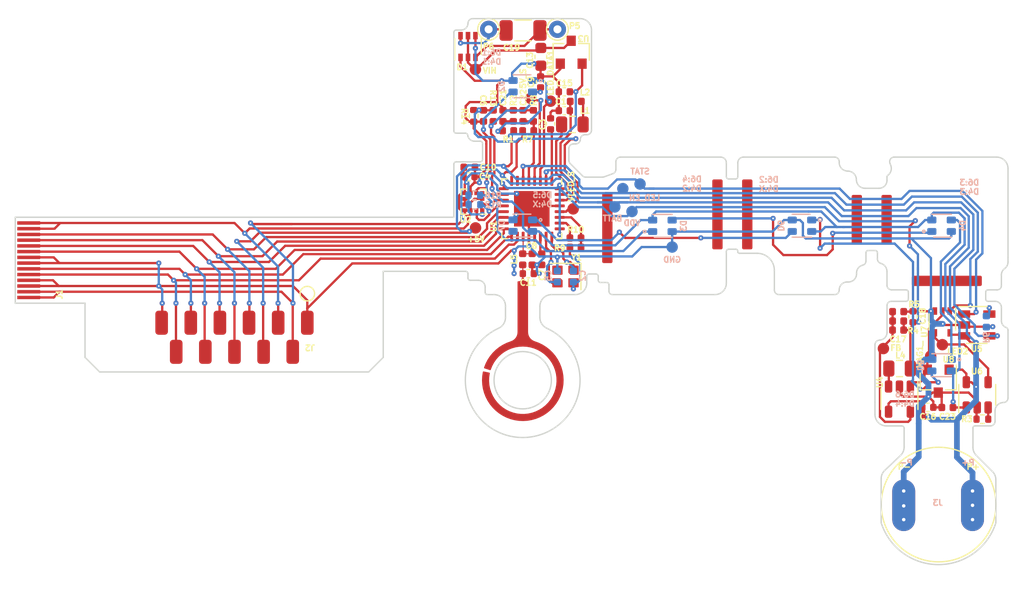
<source format=kicad_pcb>
(kicad_pcb (version 20211014) (generator pcbnew)
  (title_block (title "FLX-F020") (date "2021-09-11") (rev "10") (company "Systemic Games, LLC") (comment 1 "Flexible PCB, 0.13mm thickness"))
  (layers (0 "F.Cu" signal) (31 "B.Cu" signal) (34 "B.Paste" user) (35 "F.Paste" user) (36 "B.SilkS" user "B.Silkscreen") (37 "F.SilkS" user "F.Silkscreen") (38 "B.Mask" user) (39 "F.Mask" user) (44 "Edge.Cuts" user))
  (net 0 "")
  (net 1 "Net-(C1-Pad1)")
  (net 2 "GND")
  (net 3 "VDD")
  (net 4 "Net-(C8-Pad1)")
  (net 5 "VDC")
  (net 6 "Net-(L1-Pad2)")
  (net 7 "Net-(L1-Pad1)")
  (net 8 "+5V")
  (net 9 "Net-(R6-Pad1)")
  (net 10 "VEE")
  (net 11 "/LED_EN")
  (net 12 "Net-(C2-Pad2)")
  (net 13 "Net-(C3-Pad1)")
  (net 14 "Net-(C5-Pad2)")
  (net 15 "Net-(C7-Pad1)")
  (net 16 "Net-(C17-Pad2)")
  (net 17 "Net-(C19-Pad1)")
  (net 18 "Net-(C19-Pad2)")
  (net 19 "Net-(L4-Pad1)")
  (net 20 "RXI")
  (net 21 "TXO")
  (net 22 "SWO")
  (net 23 "RESET")
  (net 24 "SWDCLK")
  (net 25 "SWDIO")
  (net 26 "Net-(R10-Pad1)")
  (net 27 "Net-(R10-Pad2)")
  (net 28 "/LED_DATA")
  (net 29 "/Power Supply/MAG1_")
  (net 30 "/STATS")
  (net 31 "/VLED_SENSE")
  (net 32 "/5V_SENSE")
  (net 33 "/VBAT_SENSE")
  (net 34 "/Power Supply/LED_EN_OUT")
  (net 35 "Net-(R3-Pad1)")
  (net 36 "Net-(D2-Pad3)")
  (net 37 "Net-(D3-Pad3)")
  (net 38 "Net-(D4-Pad3)")
  (net 39 "Net-(D5-Pad3)")
  (net 40 "Net-(D6-Pad3)")
  (net 42 "+BATT")
  (net 47 "/SCL")
  (net 48 "/SDA")
  (net 49 "/ACC_INT")
  (net 50 "/ARC_ANTENNA")
  (footprint "Capacitor_SMD:C_0402_1005Metric" (layer "F.Cu") (at 167.39 106.79)
    (fp_text reference "C16")
    (fp_text value "4.7uF 6.3V 20%")
  )
  (footprint "Pixels-dice:SOT-353_SC-70-5" (layer "F.Cu") (at 168.655 99.335 -90)
    (fp_text reference "U7")
    (fp_text value "74AHC1G08" hide)
  )
  (footprint "TestPoint:TestPoint_THTPad_D1.5mm_Drill0.7mm" (layer "F.Cu") (at 129.1 73.8 150)
    (fp_text reference "P6")
    (fp_text value "COILB")
  )
  (footprint "Resistor_SMD:R_0402_1005Metric" (layer "F.Cu") (at 127.8 81.35 -90)
    (fp_text reference "R14")
    (fp_text value "10M 1%")
  )
  (footprint "Capacitor_SMD:C_0402_1005Metric" (layer "F.Cu") (at 128.65 81.35 -90)
    (fp_text reference "C6")
    (fp_text value "10nF 25V 10%")
  )
  (footprint "Package_TO_SOT_SMD:SOT-23-5" (layer "F.Cu") (at 171.6575 99.6)
    (fp_text reference "U5")
    (fp_text value "MCP73832T-2ACI/OT")
  )
  (footprint "Package_TO_SOT_SMD:SOT-23" (layer "F.Cu") (at 168.3 104.5 -90)
    (fp_text reference "U8")
    (fp_text value "TMR1366")
  )
  (footprint "TestPoint:TestPoint_THTPad_D1.5mm_Drill0.7mm" (layer "F.Cu") (at 135.1 73.8 150)
    (fp_text reference "P5")
    (fp_text value "COILA")
  )
  (footprint "Pixels-dice:SOT-23-5" (layer "F.Cu") (at 171.7 105.696232 90)
    (fp_text reference "U6")
    (fp_text value "MT9700" hide)
  )
  (footprint "Resistor_SMD:R_0402_1005Metric" (layer "F.Cu") (at 172.15 107.82 180)
    (fp_text reference "R3")
    (fp_text value "10k 5%")
  )
  (footprint "Resistor_SMD:R_0402_1005Metric" (layer "F.Cu") (at 129.5 81.35 90)
    (fp_text reference "R13")
    (fp_text value "4.02M 1%")
  )
  (footprint "Capacitor_SMD:C_0402_1005Metric" (layer "F.Cu") (at 133.73 93.87 -90)
    (fp_text reference "C7")
    (fp_text value "100pF NP0 10V 5%")
  )
  (footprint "Inductor_SMD:L_0805_2012Metric" (layer "F.Cu") (at 136.4 82.1)
    (fp_text reference "L1")
    (fp_text value "10uH 100mA 10%")
  )
  (footprint "Capacitor_SMD:C_0402_1005Metric" (layer "F.Cu") (at 134.5 82.05 90)
    (fp_text reference "C3")
    (fp_text value "0.1uF 10V 20%")
  )
  (footprint "Resistor_SMD:R_0402_1005Metric" (layer "F.Cu") (at 136.67 92.01 180)
    (fp_text reference "R10")
    (fp_text value "100k 1%")
  )
  (footprint "Package_DFN_QFN:QFN-32-1EP_5x5mm_P0.5mm_EP3.1x3.1mm" (layer "F.Cu") (at 132.86 89.46 -90)
    (fp_text reference "U1")
    (fp_text value "N52810_QFN32")
  )
  (footprint "Capacitor_SMD:C_0402_1005Metric" (layer "F.Cu") (at 127.4225 85.8375)
    (fp_text reference "C10")
    (fp_text value "0.1uF 10V 20%")
  )
  (footprint "Capacitor_SMD:C_0402_1005Metric" (layer "F.Cu") (at 132.9 93.87 -90)
    (fp_text reference "C8")
    (fp_text value "?? NP0")
  )
  (footprint "Capacitor_SMD:C_0402_1005Metric" (layer "F.Cu") (at 169.1 106.8 180)
    (fp_text reference "C23")
    (fp_text value "0.1uF 10V 20%")
  )
  (footprint "Capacitor_SMD:C_0402_1005Metric" (layer "F.Cu") (at 133.63 78.39 90)
    (fp_text reference "C9")
    (fp_text value "4.7uF 6.3V 20%")
  )
  (footprint "Pixels-dice:FPC-POGO-11" (layer "F.Cu") (at 106.94 100.6725 180)
    (fp_text reference "J2")
    (fp_text value "Conn_01x11")
  )
  (footprint "Capacitor_SMD:C_0402_1005Metric" (layer "F.Cu") (at 166.095 98.885 90)
    (fp_text reference "C18")
    (fp_text value "4.7uF 6.3V 20%")
  )
  (footprint "Resistor_SMD:R_0402_1005Metric" (layer "F.Cu") (at 164.805 99.255)
    (fp_text reference "R4")
    (fp_text value "402k 1%")
  )
  (footprint "Capacitor_SMD:C_0402_1005Metric" (layer "F.Cu") (at 164.799 100.045393 180)
    (fp_text reference "C17")
    (fp_text value "22pF 10V 5%")
  )
  (footprint "Pixels-dice:SOT-23-5" (layer "F.Cu") (at 164.92 106.07 -90)
    (fp_text reference "U4")
    (fp_text value "LN3435" hide)
  )
  (footprint "Resistor_SMD:R_0402_1005Metric" (layer "F.Cu") (at 136.67 92.82)
    (fp_text reference "R9")
    (fp_text value "120k 1%")
  )
  (footprint "Capacitor_SMD:C_0402_1005Metric" (layer "F.Cu") (at 127.3925 86.6575)
    (fp_text reference "C4")
    (fp_text value "4.7uF 6.3V 20%")
  )
  (footprint "Inductor_SMD:L_0805_2012Metric" (layer "F.Cu") (at 164.93 103.4)
    (fp_text reference "L4")
    (fp_text value "2.2uH 20mA 10%")
  )
  (footprint "Pixels-dice:FPC_14" (layer "F.Cu") (at 89 97.2 90)
    (fp_text reference "J1")
    (fp_text value "Conn_01x14")
  )
  (footprint "Capacitor_SMD:C_0603_1608Metric" (layer "F.Cu") (at 133.65 76.2 -90)
    (fp_text reference "C13")
    (fp_text value "4.7uF 25V 20%")
  )
  (footprint "Package_TO_SOT_SMD:SOT-363_SC-70-6" (layer "F.Cu") (at 127.3 75.3 90)
    (fp_text reference "D1")
    (fp_text value "BAV99S")
  )
  (footprint "Capacitor_SMD:C_0402_1005Metric" (layer "F.Cu") (at 135.7 79.25 180)
    (fp_text reference "C15")
    (fp_text value "4.7uF 6.3V 20%")
  )
  (footprint "Inductor_SMD:L_0402_1005Metric" (layer "F.Cu") (at 136.7 80.09 180)
    (fp_text reference "L2")
    (fp_text value "15nH 100mA 5%")
  )
  (footprint "Capacitor_SMD:C_0402_1005Metric" (layer "F.Cu") (at 135.7 80.9 180)
    (fp_text reference "C1")
    (fp_text value "4.7uF 6.3V 20%")
  )
  (footprint "Capacitor_SMD:C_0402_1005Metric" (layer "F.Cu") (at 130.35 81.35 90)
    (fp_text reference "C21")
    (fp_text value "10nF 25V 10%")
  )
  (footprint "Resistor_SMD:R_0402_1005Metric" (layer "F.Cu") (at 132.55 82.65)
    (fp_text reference "R7")
    (fp_text value "4.02M 1%")
  )
  (footprint "Resistor_SMD:R_0402_1005Metric" (layer "F.Cu") (at 131.25 81.35 -90)
    (fp_text reference "R2")
    (fp_text value "10M 1%")
  )
  (footprint "Resistor_SMD:R_0402_1005Metric" (layer "F.Cu") (at 133 81.35 90)
    (fp_text reference "R8")
    (fp_text value "10M 1%")
  )
  (footprint "Resistor_SMD:R_0402_1005Metric" (layer "F.Cu") (at 130.8 82.65 180)
    (fp_text reference "R1")
    (fp_text value "4.02M 1%")
  )
  (footprint "Capacitor_SMD:C_0402_1005Metric" (layer "F.Cu") (at 132.1 81.35 90)
    (fp_text reference "C22")
    (fp_text value "10nF 25V 10%")
  )
  (footprint "Pixels-dice:Crystal_SMD_2016-4Pin_2.0x1.6mm" (layer "F.Cu") (at 135.8 95.37 180)
    (fp_text reference "Y1")
    (fp_text value "32MHz 40ppm")
  )
  (footprint "Package_LGA:LGA-12_2x2mm_P0.5mm" (layer "F.Cu") (at 127.78 88.84 180)
    (fp_text reference "U2")
    (fp_text value "KXTJ3-1057")
  )
  (footprint "Capacitor_SMD:C_0402_1005Metric" (layer "F.Cu") (at 132.56 95.12)
    (fp_text reference "C11")
    (fp_text value "?? NP0")
  )
  (footprint "Inductor_SMD:L_0402_1005Metric" (layer "F.Cu") (at 132.07 93.87 -90)
    (fp_text reference "L5")
    (fp_text value "??")
  )
  (footprint "Resistor_SMD:R_0402_1005Metric" (layer "F.Cu") (at 164.805 98.435 180)
    (fp_text reference "R5")
    (fp_text value "100k 1%")
  )
  (footprint "Pixels-dice:ARC_Antenna" (layer "F.Cu") (at 132.08 95.625 -90)
    (fp_text reference "AE2" hide)
    (fp_text value "ARC")
  )
  (footprint "Pixels-dice:SOT-23" (layer "F.Cu") (at 136.3 75.8 -90)
    (fp_text reference "U3")
    (fp_text value "PJ75AL50SA")
  )
  (footprint "Capacitor_SMD:C_1206_3216Metric" (layer "F.Cu") (at 132.1 73.9 180)
    (fp_text reference "C19")
    (fp_text value "33nF 50V 5% NP0")
  )
  (footprint "Pixels-dice:TEST_PIN" (layer "F.Cu") (at 163.52 101.66)
    (fp_text reference "W18" hide)
    (fp_text value "FB")
  )
  (footprint "Pixels-dice:TEST_PIN" (layer "F.Cu") (at 127.96 91.13)
    (fp_text reference "W15" hide)
    (fp_text value "+5V")
  )
  (footprint "Pixels-dice:TEST_PIN" (layer "F.Cu") (at 168.66 101.32)
    (fp_text reference "W21" hide)
    (fp_text value "LED2")
  )
  (footprint "Pixels-dice:TEST_PIN" (layer "F.Cu") (at 167.64 102.32)
    (fp_text reference "W23" hide)
    (fp_text value "MAG1_")
  )
  (footprint "Pixels-dice:TEST_PIN" (layer "F.Cu") (at 136.47 89.47)
    (fp_text reference "W12" hide)
    (fp_text value "VLED_S")
  )
  (footprint "Pixels-dice:TEST_PIN" (layer "F.Cu") (at 134.5 80.07)
    (fp_text reference "W22" hide)
    (fp_text value "LED_DATA1")
  )
  (footprint "Pixels-dice:TEST_PIN" (layer "F.Cu") (at 127.95 77.3)
    (fp_text reference "W16" hide)
    (fp_text value "VIN")
  )
  (footprint "Pixels-dice:TEST_PIN" (layer "F.Cu") (at 132.77 79.83)
    (fp_text reference "W13" hide)
    (fp_text value "5V_S")
  )
  (footprint "Pixels-dice:TX1812Z_2020" (layer "B.Cu") (at 168.59 103.11 90)
    (fp_text reference "D5")
    (fp_text value "TX1812Z_2020")
  )
  (footprint "Pixels-dice:TX1812Z_2020" (layer "B.Cu") (at 168.59 90.94 -90)
    (fp_text reference "D4")
    (fp_text value "TX1812Z_2020")
  )
  (footprint "Pixels-dice:TX1812Z_2020" (layer "B.Cu") (at 156.42 90.94 90)
    (fp_text reference "D6")
    (fp_text value "TX1812Z_2020")
  )
  (footprint "Pixels-dice:TX1812Z_2020" (layer "B.Cu") (at 132.08 78.77 90)
    (fp_text reference "D2")
    (fp_text value "TX1812Z_2020")
  )
  (footprint "Pixels-dice:TX1812Z_2020" (layer "B.Cu") (at 132.08 90.93 90)
    (fp_text reference "D7")
    (fp_text value "TX1812Z_2020")
  )
  (footprint "Capacitor_SMD:C_0402_1005Metric" (layer "B.Cu") (at 135.09 95.37 -90)
    (fp_text reference "C5")
    (fp_text value "6pF 10V 10%")
  )
  (footprint "Capacitor_SMD:C_0402_1005Metric" (layer "B.Cu") (at 136.49 95.37 90)
    (fp_text reference "C2")
    (fp_text value "6pF 10V 10%")
  )
  (footprint "Pixels-dice:TX1812Z_2020" (layer "B.Cu") (at 144.25 90.95 -90)
    (fp_text reference "D3")
    (fp_text value "TX1812Z_2020")
  )
  (footprint "Resistor_SMD:R_0402_1005Metric" (layer "B.Cu") (at 172.5 99.3 -90)
    (fp_text reference "R6")
    (fp_text value "22k 1%")
  )
  (footprint "Pixels-dice:Hongjie 10100 Connector" (layer "B.Cu") (at 168.290601 115.336035 180)
    (fp_text reference "J3")
    (fp_text value "Conn_01x02")
  )
  (footprint "Resistor_SMD:R_0402_1005Metric" (layer "B.Cu") (at 127.86 89.1)
    (fp_text reference "R12")
    (fp_text value "2.7k 5%")
  )
  (footprint "Resistor_SMD:R_0402_1005Metric" (layer "B.Cu") (at 127.8475 88.2775)
    (fp_text reference "R16")
    (fp_text value "2.7k 5%")
  )
  (footprint "Pixels-dice:TEST_PIN" (layer "B.Cu") (at 140.1 89.3 180)
    (fp_text reference "W14" hide)
    (fp_text value "BATT")
  )
  (footprint "Pixels-dice:TEST_PIN" (layer "B.Cu") (at 140.8 87.7 180)
    (fp_text reference "W5" hide)
    (fp_text value "LED_EN")
  )
  (footprint "Pixels-dice:TEST_PIN" (layer "B.Cu") (at 142.3 87.3 180)
    (fp_text reference "W17" hide)
    (fp_text value "STAT")
  )
  (footprint "Pixels-dice:TEST_PIN" (layer "B.Cu") (at 141.6 89.7 180)
    (fp_text reference "W25" hide)
    (fp_text value "VDD")
  )
  (footprint "Pixels-dice:TEST_PIN" (layer "B.Cu") (at 145.1 92.8 180)
    (fp_text reference "W19" hide)
    (fp_text value "GND")
  )
  (gr_circle (center 168.332038 115.269521) (end 173.332038 115.269521) (layer "F.SilkS") (width 0.12) (fill none))
  (gr_line (start 165.014507 110.979502) (end 163.634677 112.294737) (layer "Edge.Cuts") (width 0.12))
  (gr_line (start 138.8602 95.8889) (end 138.8552 95.8889) (layer "Edge.Cuts") (width 0.12))
  (gr_line (start 150.027199 92.99) (end 150.6642 92.99) (layer "Edge.Cuts") (width 0.12))
  (gr_line (start 140.197197 85.35) (end 140.197197 86.019827) (layer "Edge.Cuts") (width 0.12))
  (gr_arc (start 140.197197 86.019827) (mid 140.124824 86.249306) (end 139.933894 86.395745) (layer "Edge.Cuts") (width 0.12))
  (gr_line (start 165.4972 97.5356) (end 164.203534 97.5356) (layer "Edge.Cuts") (width 0.12))
  (gr_line (start 163.324198 113.019612) (end 163.324198 116.859) (layer "Edge.Cuts") (width 0.12))
  (gr_line (start 139.5912 96.0889) (end 139.5912 96.4482) (layer "Edge.Cuts") (width 0.12))
  (gr_arc (start 161.999999 93.3) (mid 162.058578 93.158578) (end 162.199999 93.099999) (layer "Edge.Cuts") (width 0.12))
  (gr_arc (start 165.124713 108.410572) (mid 165.267018 108.469516) (end 165.325962 108.611821) (layer "Edge.Cuts") (width 0.12))
  (gr_arc (start 149.827199 93.19) (mid 149.885778 93.048579) (end 150.027199 92.99) (layer "Edge.Cuts") (width 0.12))
  (gr_line (start 118.6372 103.7) (end 95.1828 103.7) (layer "Edge.Cuts") (width 0.12))
  (gr_arc (start 160.4142 86.1717) (mid 159.88387 85.95203) (end 159.6642 85.4217) (layer "Edge.Cuts") (width 0.12))
  (gr_line (start 137.097197 83.399998) (end 137.097197 83.399999) (layer "Edge.Cuts") (width 0.12))
  (gr_line (start 136.497197 83.799998) (end 136.697197 83.799998) (layer "Edge.Cuts") (width 0.12))
  (gr_arc (start 150.0272 86.8586) (mid 149.885779 86.800021) (end 149.8272 86.658599) (layer "Edge.Cuts") (width 0.12))
  (gr_line (start 163.835014 100.249702) (end 163.835014 97.90412) (layer "Edge.Cuts") (width 0.12))
  (gr_arc (start 128.197197 95.699998) (mid 128.621461 95.875734) (end 128.797197 96.299998) (layer "Edge.Cuts") (width 0.12))
  (gr_arc (start 174.207388 99.810106) (mid 173.919342 99.588556) (end 173.8102 99.24194) (layer "Edge.Cuts") (width 0.12))
  (gr_line (start 93.91 97.7) (end 87.83 97.7) (layer "Edge.Cuts") (width 0.12))
  (gr_arc (start 163.324198 113.019612) (mid 163.405084 112.625327) (end 163.634677 112.294737) (layer "Edge.Cuts") (width 0.12))
  (gr_arc (start 149.8272 95.950003) (mid 149.534307 96.657107) (end 148.827203 96.95) (layer "Edge.Cuts") (width 0.12))
  (gr_line (start 159.264198 84.95) (end 151.3272 84.95) (layer "Edge.Cuts") (width 0.12))
  (gr_arc (start 165.697198 97.335598) (mid 165.63862 97.47702) (end 165.497198 97.535598) (layer "Edge.Cuts") (width 0.12))
  (gr_line (start 119.9102 102.427) (end 118.6372 103.7) (layer "Edge.Cuts") (width 0.12))
  (gr_arc (start 163.287976 94.221611) (mid 163.682273 94.493324) (end 163.832199 94.948099) (layer "Edge.Cuts") (width 0.12))
  (gr_line (start 119.9102 94.918731) (end 127.097197 94.918731) (layer "Edge.Cuts") (width 0.12))
  (gr_line (start 161.998199 94.020792) (end 161.999999 93.3) (layer "Edge.Cuts") (width 0.12))
  (gr_line (start 163.144596 87.6717) (end 161.914201 87.6717) (layer "Edge.Cuts") (width 0.12))
  (gr_arc (start 128.3702 83.5644) (mid 128.511621 83.622979) (end 128.5702 83.7644) (layer "Edge.Cuts") (width 0.12))
  (gr_line (start 128.797197 96.299998) (end 128.797197 96.75) (layer "Edge.Cuts") (width 0.12))
  (gr_arc (start 164.090848 85.490929) (mid 164.136284 85.122372) (end 164.4652 84.95) (layer "Edge.Cuts") (width 0.12))
  (gr_arc (start 134.17129 99.883884) (mid 132.069742 109.421) (end 129.969941 99.883499) (layer "Edge.Cuts") (width 0.12))
  (gr_line (start 162.7842 106.322387) (end 162.7842 107.409594) (layer "Edge.Cuts") (width 0.12))
  (gr_line (start 163.000001 93.299999) (end 162.9982 93.8371) (layer "Edge.Cuts") (width 0.12))
  (gr_arc (start 163.835014 100.249702) (mid 163.645373 100.717251) (end 163.183616 100.920589) (layer "Edge.Cuts") (width 0.12))
  (gr_line (start 139.8912 96.949999) (end 148.8272 96.95) (layer "Edge.Cuts") (width 0.12))
  (gr_arc (start 161.178924 95.100271) (mid 160.965248 95.646695) (end 160.414753 95.849655) (layer "Edge.Cuts") (width 0.12))
  (gr_arc (start 171.61746 110.97943) (mid 171.402823 110.658112) (end 171.327421 110.279128) (layer "Edge.Cuts") (width 0.12))
  (gr_arc (start 173.031461 112.394051) (mid 173.248119 112.71842) (end 173.324197 113.101001) (layer "Edge.Cuts") (width 0.12))
  (gr_line (start 134.593988 96.95) (end 136.6552 96.95) (layer "Edge.Cuts") (width 0.12))
  (gr_line (start 139.5912 96.4482) (end 139.5912 96.65) (layer "Edge.Cuts") (width 0.12))
  (gr_line (start 126.0702 85.5644) (end 126.0702 90.2) (layer "Edge.Cuts") (width 0.12))
  (gr_arc (start 139.391203 95.8889) (mid 139.532622 95.94748) (end 139.5912 96.0889) (layer "Edge.Cuts") (width 0.12))
  (gr_arc (start 127.8702 83.5644) (mid 127.473337 83.4144) (end 127.274906 83.0394) (layer "Edge.Cuts") (width 0.12))
  (gr_line (start 127.497197 95.699998) (end 128.197197 95.699998) (layer "Edge.Cuts") (width 0.12))
  (gr_line (start 137.855199 95.149999) (end 138.455201 95.149999) (layer "Edge.Cuts") (width 0.12))
  (gr_arc (start 127.076475 82.8644) (mid 127.208762 82.9144) (end 127.274906 83.0394) (layer "Edge.Cuts") (width 0.12))
  (gr_arc (start 174.384192 94.095268) (mid 174.314695 94.408487) (end 174.116889 94.661091) (layer "Edge.Cuts") (width 0.12))
  (gr_arc (start 172.638199 97.535601) (mid 172.496778 97.477022) (end 172.438199 97.3356) (layer "Edge.Cuts") (width 0.12))
  (gr_line (start 159.6642 85.4217) (end 159.664201 85.350001) (layer "Edge.Cuts") (width 0.12))
  (gr_arc (start 128.997197 96.95) (mid 128.855776 96.891421) (end 128.797197 96.75) (layer "Edge.Cuts") (width 0.12))
  (gr_line (start 138.6552 95.35) (end 138.6552 95.6889) (layer "Edge.Cuts") (width 0.12))
  (gr_line (start 150.9642 93.344751) (end 152.5142 93.344751) (layer "Edge.Cuts") (width 0.12))
  (gr_arc (start 163.835014 97.90412) (mid 163.942962 97.643526) (end 164.203565 97.5356) (layer "Edge.Cuts") (width 0.12))
  (gr_arc (start 134.17129 99.883884) (mid 133.733302 99.501315) (end 133.5702 98.943112) (layer "Edge.Cuts") (width 0.12))
  (gr_line (start 149.326673 84.95) (end 140.597197 84.95) (layer "Edge.Cuts") (width 0.12))
  (gr_arc (start 129.5702 96.949995) (mid 130.285451 97.250863) (end 130.5702 97.972683) (layer "Edge.Cuts") (width 0.12))
  (gr_line (start 87.83 90.2) (end 126.0702 90.2) (layer "Edge.Cuts") (width 0.12))
  (gr_line (start 173.031461 112.394051) (end 171.61746 110.97943) (layer "Edge.Cuts") (width 0.12))
  (gr_arc (start 161.914201 87.6717) (mid 161.38387 87.452031) (end 161.1642 86.9217) (layer "Edge.Cuts") (width 0.12))
  (gr_line (start 127.8702 83.5644) (end 128.3702 83.5644) (layer "Edge.Cuts") (width 0.12))
  (gr_arc (start 127.497197 95.699998) (mid 127.355776 95.641419) (end 127.297197 95.499998) (layer "Edge.Cuts") (width 0.12))
  (gr_line (start 173.2542 107.097122) (end 173.2542 108.005) (layer "Edge.Cuts") (width 0.12))
  (gr_circle (center 132.0702 104.421) (end 134.5702 104.421) (layer "Edge.Cuts") (width 0.12) (fill none))
  (gr_arc (start 173.384198 84.950001) (mid 174.091306 85.242894) (end 174.384199 85.950001) (layer "Edge.Cuts") (width 0.12))
  (gr_line (start 162.7842 101.331955) (end 162.7842 106.322387) (layer "Edge.Cuts") (width 0.12))
  (gr_arc (start 137.097197 83.399999) (mid 137.214354 83.117156) (end 137.497198 82.999999) (layer "Edge.Cuts") (width 0.12))
  (gr_line (start 137.497198 82.999999) (end 137.670199 82.999999) (layer "Edge.Cuts") (width 0.12))
  (gr_arc (start 173.324201 116.867277) (mid 168.321179 120.512086) (end 163.324198 116.859) (layer "Edge.Cuts") (width 0.12))
  (gr_line (start 130.5702 97.972683) (end 130.5702 98.944217) (layer "Edge.Cuts") (width 0.12))
  (gr_line (start 171.327421 110.279128) (end 171.327197 108.587896) (layer "Edge.Cuts") (width 0.12))
  (gr_arc (start 163.785178 108.410572) (mid 163.07738 108.117392) (end 162.7842 107.409594) (layer "Edge.Cuts") (width 0.12))
  (gr_line (start 93.91 102.427) (end 93.91 97.7) (layer "Edge.Cuts") (width 0.12))
  (gr_arc (start 133.5702 97.973788) (mid 133.870061 97.249861) (end 134.593988 96.95) (layer "Edge.Cuts") (width 0.12))
  (gr_line (start 139.933894 86.395745) (end 139.163424 86.675915) (layer "Edge.Cuts") (width 0.12))
  (gr_line (start 173.26926 97.5356) (end 172.6382 97.5356) (layer "Edge.Cuts") (width 0.12))
  (gr_arc (start 174.207388 99.810106) (mid 174.335614 99.908731) (end 174.3842 100.063031) (layer "Edge.Cuts") (width 0.12))
  (gr_line (start 171.50807 108.407) (end 172.854195 108.406995) (layer "Edge.Cuts") (width 0.12))
  (gr_line (start 126.2702 82.8644) (end 127.076475 82.8644) (layer "Edge.Cuts") (width 0.12))
  (gr_arc (start 137.6552 95.950003) (mid 137.362307 96.657107) (end 136.655203 96.95) (layer "Edge.Cuts") (width 0.12))
  (gr_arc (start 173.26926 97.5356) (mid 173.651762 97.694038) (end 173.8102 98.07654) (layer "Edge.Cuts") (width 0.12))
  (gr_line (start 126.0702 74.0644) (end 126.0702 82.6644) (layer "Edge.Cuts") (width 0.12))
  (gr_line (start 126.697197 73.8644) (end 126.2702 73.8644) (layer "Edge.Cuts") (width 0.12))
  (gr_arc (start 172.438199 96.7356) (mid 172.496778 96.594178) (end 172.638199 96.535599) (layer "Edge.Cuts") (width 0.12))
  (gr_arc (start 161.178924 95.100271) (mid 161.317582 94.644901) (end 161.714496 94.382132) (layer "Edge.Cuts") (width 0.12))
  (gr_arc (start 160.4142 86.1717) (mid 160.94453 86.39137) (end 161.1642 86.9217) (layer "Edge.Cuts") (width 0.12))
  (gr_arc (start 149.326673 84.95) (mid 149.674973 85.091063) (end 149.826951 85.434742) (layer "Edge.Cuts") (width 0.12))
  (gr_line (start 119.9102 94.918731) (end 119.9102 102.427) (layer "Edge.Cuts") (width 0.12))
  (gr_arc (start 152.5142 93.344751) (mid 153.57486 93.784091) (end 154.0142 94.844751) (layer "Edge.Cuts") (width 0.12))
  (gr_arc (start 164.232202 96.5356) (mid 163.949357 96.418443) (end 163.832199 96.135599) (layer "Edge.Cuts") (width 0.12))
  (gr_line (start 126.8562 85.3644) (end 126.2702 85.3644) (layer "Edge.Cuts") (width 0.12))
  (gr_line (start 164.090848 85.490929) (end 164.161234 85.677896) (layer "Edge.Cuts") (width 0.12))
  (gr_line (start 163.832199 94.948099) (end 163.832199 96.135599) (layer "Edge.Cuts") (width 0.12))
  (gr_arc (start 159.664201 96.55) (mid 159.887283 96.036723) (end 160.414753 95.849655) (layer "Edge.Cuts") (width 0.12))
  (gr_line (start 149.8272 95.95) (end 149.8272 93.29) (layer "Edge.Cuts") (width 0.12))
  (gr_arc (start 174.3842 105.96705) (mid 174.267056 106.249977) (end 173.984151 106.367175) (layer "Edge.Cuts") (width 0.12))
  (gr_arc (start 162.800001 93.099999) (mid 162.941422 93.158578) (end 163.000001 93.299999) (layer "Edge.Cuts") (width 0.12))
  (gr_arc (start 150.6642 92.99) (mid 150.770266 93.033934) (end 150.8142 93.14) (layer "Edge.Cuts") (width 0.12))
  (gr_arc (start 137.097197 83.399998) (mid 136.98004 83.682841) (end 136.697197 83.799998) (layer "Edge.Cuts") (width 0.12))
  (gr_line (start 128.3702 85.3644) (end 126.8562 85.3644) (layer "Edge.Cuts") (width 0.12))
  (gr_line (start 150.6272 86.8586) (end 150.0272 86.8586) (layer "Edge.Cuts") (width 0.12))
  (gr_line (start 129.5702 96.95) (end 128.997197 96.95) (layer "Edge.Cuts") (width 0.12))
  (gr_arc (start 139.163424 86.675915) (mid 139.096128 86.693931) (end 139.026727 86.699998) (layer "Edge.Cuts") (width 0.12))
  (gr_line (start 173.8102 99.24194) (end 173.8102 98.07654) (layer "Edge.Cuts") (width 0.12))
  (gr_line (start 164.232202 96.5356) (end 165.4972 96.5356) (layer "Edge.Cuts") (width 0.12))
  (gr_line (start 137.6552 95.95) (end 137.6552 95.35) (layer "Edge.Cuts") (width 0.12))
  (gr_line (start 172.6382 96.5356) (end 173.3842 96.5356) (layer "Edge.Cuts") (width 0.12))
  (gr_line (start 173.443231 96.5356) (end 173.3842 96.5356) (layer "Edge.Cuts") (width 0.12))
  (gr_line (start 165.325962 108.611821) (end 165.325962 110.252351) (layer "Edge.Cuts") (width 0.12))
  (gr_line (start 163.832202 86.674363) (end 163.832126 86.984339) (layer "Edge.Cuts") (width 0.12))
  (gr_arc (start 159.664201 96.55) (mid 159.547044 96.832843) (end 159.264202 96.95) (layer "Edge.Cuts") (width 0.12))
  (gr_arc (start 130.5702 98.944217) (mid 130.407319 99.501568) (end 129.969941 99.883499) (layer "Edge.Cuts") (width 0.12))
  (gr_arc (start 150.827201 86.658601) (mid 150.768622 86.800022) (end 150.627201 86.858601) (layer "Edge.Cuts") (width 0.12))
  (gr_line (start 150.8142 93.14) (end 150.8142 93.194751) (layer "Edge.Cuts") (width 0.12))
  (gr_arc (start 173.2542 108.005) (mid 173.137161 108.288551) (end 172.854195 108.406995) (layer "Edge.Cuts") (width 0.12))
  (gr_arc (start 171.327197 108.587896) (mid 171.380165 108.459985) (end 171.50807 108.407) (layer "Edge.Cuts") (width 0.12))
  (gr_line (start 138.0702 82.599999) (end 138.0702 73.8644) (layer "Edge.Cuts") (width 0.12))
  (gr_line (start 137.28004 86.582841) (end 136.214354 85.517155) (layer "Edge.Cuts") (width 0.12))
  (gr_arc (start 164.161234 85.677896) (mid 164.176815 86.16035) (end 163.895072 86.552301) (layer "Edge.Cuts") (width 0.12))
  (gr_line (start 136.097197 85.234313) (end 136.097197 84.199998) (layer "Edge.Cuts") (width 0.12))
  (gr_line (start 174.3842 93.7) (end 174.3842 85.95) (layer "Edge.Cuts") (width 0.12))
  (gr_arc (start 154.4142 96.949999) (mid 154.131357 96.832842) (end 154.0142 96.549999) (layer "Edge.Cuts") (width 0.12))
  (gr_arc (start 136.097197 84.199998) (mid 136.214354 83.917155) (end 136.497197 83.799998) (layer "Edge.Cuts") (width 0.12))
  (gr_arc (start 127.3 73.3) (mid 127.420185 72.988604) (end 127.73 72.8644) (layer "Edge.Cuts") (width 0.12))
  (gr_arc (start 165.497201 96.535599) (mid 165.638622 96.594178) (end 165.697201 96.735599) (layer "Edge.Cuts") (width 0.12))
  (gr_arc (start 136.214354 85.517155) (mid 136.127645 85.387386) (end 136.097197 85.234313) (layer "Edge.Cuts") (width 0.12))
  (gr_line (start 139.0882 95.8889) (end 139.3912 95.8889) (layer "Edge.Cuts") (width 0.12))
  (gr_arc (start 159.264198 84.95) (mid 159.547043 85.067157) (end 159.664201 85.350001) (layer "Edge.Cuts") (width 0.12))
  (gr_line (start 173.3842 84.95) (end 164.4652 84.95) (layer "Edge.Cuts") (width 0.12))
  (gr_arc (start 137.655199 95.35) (mid 137.713778 95.208578) (end 137.855199 95.149999) (layer "Edge.Cuts") (width 0.12))
  (gr_arc (start 163.832202 86.674363) (mid 163.848851 86.605716) (end 163.895072 86.552301) (layer "Edge.Cuts") (width 0.12))
  (gr_line (start 139.026727 86.699998) (end 137.562882 86.699998) (layer "Edge.Cuts") (width 0.12))
  (gr_line (start 149.827199 93.29) (end 149.827199 93.19) (layer "Edge.Cuts") (width 0.12))
  (gr_arc (start 163.287976 94.221611) (mid 163.078756 94.077838) (end 162.9982 93.8371) (layer "Edge.Cuts") (width 0.12))
  (gr_line (start 174.384192 94.095268) (end 174.3842 93.7) (layer "Edge.Cuts") (width 0.12))
  (gr_arc (start 138.8552 95.8889) (mid 138.713779 95.830321) (end 138.6552 95.6889) (layer "Edge.Cuts") (width 0.12))
  (gr_line (start 149.8272 86.6586) (end 149.8272 85.455941) (layer "Edge.Cuts") (width 0.12))
  (gr_line (start 95.1828 103.7) (end 93.91 102.427) (layer "Edge.Cuts") (width 0.12))
  (gr_line (start 150.8272 85.45) (end 150.8272 86.6586) (layer "Edge.Cuts") (width 0.12))
  (gr_line (start 127.297197 95.118731) (end 127.297197 95.499998) (layer "Edge.Cuts") (width 0.12))
  (gr_arc (start 163.832126 86.984339) (mid 163.630693 87.470387) (end 163.144596 87.6717) (layer "Edge.Cuts") (width 0.12))
  (gr_arc (start 126.0702 74.0644) (mid 126.128779 73.922979) (end 126.2702 73.8644) (layer "Edge.Cuts") (width 0.12))
  (gr_arc (start 139.8912 96.949999) (mid 139.679069 96.862131) (end 139.591201 96.65) (layer "Edge.Cuts") (width 0.12))
  (gr_arc (start 150.9642 93.344751) (mid 150.858134 93.300817) (end 150.8142 93.194751) (layer "Edge.Cuts") (width 0.12))
  (gr_line (start 172.438199 97.3356) (end 172.438199 96.7356) (layer "Edge.Cuts") (width 0.12))
  (gr_arc (start 126.070199 85.5644) (mid 126.128778 85.422978) (end 126.270199 85.364399) (layer "Edge.Cuts") (width 0.12))
  (gr_arc (start 138.455201 95.149999) (mid 138.596622 95.208578) (end 138.655201 95.349999) (layer "Edge.Cuts") (width 0.12))
  (gr_line (start 128.5702 83.7644) (end 128.5702 85.1644) (layer "Edge.Cuts") (width 0.12))
  (gr_line (start 133.5702 98.943112) (end 133.5702 97.973788) (layer "Edge.Cuts") (width 0.12))
  (gr_arc (start 161.998199 94.020792) (mid 161.918799 94.250495) (end 161.714496 94.382132) (layer "Edge.Cuts") (width 0.12))
  (gr_arc (start 173.807089 95.23346) (mid 173.889506 94.908044) (end 174.116889 94.661091) (layer "Edge.Cuts") (width 0.12))
  (gr_arc (start 128.5702 85.1644) (mid 128.511621 85.305821) (end 128.3702 85.3644) (layer "Edge.Cuts") (width 0.12))
  (gr_line (start 154.0142 94.844751) (end 154.0142 96.549999) (layer "Edge.Cuts") (width 0.12))
  (gr_arc (start 126.2702 82.8644) (mid 126.128779 82.805821) (end 126.0702 82.6644) (layer "Edge.Cuts") (width 0.12))
  (gr_line (start 174.3842 105.967128) (end 174.3842 100.063031) (layer "Edge.Cuts") (width 0.12))
  (gr_line (start 173.324197 116.86729) (end 173.324197 113.100999) (layer "Edge.Cuts") (width 0.12))
  (gr_arc (start 127.3 73.3) (mid 127.110089 73.701276) (end 126.697197 73.8644) (layer "Edge.Cuts") (width 0.12))
  (gr_line (start 139.0882 95.8889) (end 138.8602 95.8889) (layer "Edge.Cuts") (width 0.12))
  (gr_arc (start 137.562882 86.699998) (mid 137.409809 86.66955) (end 137.28004 86.582841) (layer "Edge.Cuts") (width 0.12))
  (gr_arc (start 173.807094 96.171736) (mid 173.700521 96.429027) (end 173.443231 96.5356) (layer "Edge.Cuts") (width 0.12))
  (gr_line (start 87.83 90.2) (end 87.83 97.7) (layer "Edge.Cuts") (width 0.12))
  (gr_arc (start 138.0702 82.599999) (mid 137.953042 82.882842) (end 137.670199 82.999999) (layer "Edge.Cuts") (width 0.12))
  (gr_arc (start 165.325962 110.252351) (mid 165.244821 110.647874) (end 165.014507 110.979502) (layer "Edge.Cuts") (width 0.12))
  (gr_arc (start 150.8272 85.450001) (mid 150.973647 85.096447) (end 151.3272 84.95) (layer "Edge.Cuts") (width 0.12))
  (gr_arc (start 162.7842 101.331955) (mid 162.900482 101.045269) (end 163.183616 100.920589) (layer "Edge.Cuts") (width 0.12))
  (gr_line (start 149.826951 85.434742) (end 149.8272 85.455941) (layer "Edge.Cuts") (width 0.12))
  (gr_arc (start 173.2542 107.097122) (mid 173.467998 106.58097) (end 173.984151 106.367175) (layer "Edge.Cuts") (width 0.12))
  (gr_line (start 165.6972 96.7356) (end 165.6972 97.3356) (layer "Edge.Cuts") (width 0.12))
  (gr_arc (start 127.097197 94.918731) (mid 127.238619 94.977309) (end 127.297197 95.118731) (layer "Edge.Cuts") (width 0.12))
  (gr_line (start 163.785178 108.410572) (end 165.124713 108.410572) (layer "Edge.Cuts") (width 0.12))
  (gr_line (start 154.4142 96.949999) (end 159.264202 96.95) (layer "Edge.Cuts") (width 0.12))
  (gr_arc (start 140.197197 85.35) (mid 140.314354 85.067157) (end 140.597197 84.95) (layer "Edge.Cuts") (width 0.12))
  (gr_line (start 162.2 93.1) (end 162.8 93.1) (layer "Edge.Cuts") (width 0.12))
  (gr_line (start 137.0702 72.8644) (end 127.73 72.8644) (layer "Edge.Cuts") (width 0.12))
  (gr_arc (start 137.070198 72.864401) (mid 137.777306 73.157294) (end 138.070199 73.864401) (layer "Edge.Cuts") (width 0.12))
  (gr_line (start 173.807094 96.171736) (end 173.807089 95.23346) (layer "Edge.Cuts") (width 0.12))
  (gr_text "D6:5\nD4:X" (at 133.79 88.66) (layer "B.SilkS") (effects (font (size 0.5 0.5) (thickness 0.12)) (justify mirror)))
  (gr_text "D6:1\nD4:1" (at 129.35 76.22) (layer "B.SilkS") (effects (font (size 0.5 0.5) (thickness 0.12)) (justify mirror)))
  (gr_text "P+" (at 170.9 111.6) (layer "B.SilkS") (effects (font (size 0.5 0.5) (thickness 0.12)) (justify mirror)))
  (gr_text "P-" (at 165.5 111.6) (layer "B.SilkS") (effects (font (size 0.5 0.5) (thickness 0.12)) (justify mirror)))
  (gr_text "D6:6\nD4:4" (at 165.4 106.06) (layer "B.SilkS") (effects (font (size 0.5 0.5) (thickness 0.12)) (justify mirror)))
  (gr_text "D6:4\nD4:2" (at 146.83 87.28) (layer "B.SilkS") (effects (font (size 0.5 0.5) (thickness 0.12)) (justify mirror)))
  (gr_text "D6:2\nD4:X" (at 153.53 87.32) (layer "B.SilkS") (effects (font (size 0.5 0.5) (thickness 0.12)) (justify mirror)))
  (gr_text "D6:3\nD4:3" (at 171.01 87.57) (layer "B.SilkS") (effects (font (size 0.5 0.5) (thickness 0.12)) (justify mirror)))
  (gr_text "P-" (at 165.340601 111.966035) (layer "F.SilkS") (effects (font (size 0.5 0.5) (thickness 0.12))))
  (gr_text "P+" (at 171.340601 111.966035) (layer "F.SilkS") (effects (font (size 0.5 0.5) (thickness 0.12))))
  (segment (start 136.46 87.31) (end 135.37 86.22) (width 0.2) (layer "F.Cu") (net 1))
  (segment (start 136.25 80.97) (end 136.18 80.9) (width 0.2) (layer "F.Cu") (net 1))
  (segment (start 136.215 80.09) (end 136.215 80.865) (width 0.2) (layer "F.Cu") (net 1))
  (segment (start 136.215 80.865) (end 136.18 80.9) (width 0.2) (layer "F.Cu") (net 1))
  (segment (start 135.2975 88.71) (end 135.88 88.71) (width 0.2) (layer "F.Cu") (net 1))
  (segment (start 136.46 88.13) (end 136.46 87.31) (width 0.2) (layer "F.Cu") (net 1))
  (segment (start 135.88 88.71) (end 136.46 88.13) (width 0.2) (layer "F.Cu") (net 1))
  (segment (start 135.37 83.73) (end 136.25 82.85) (width 0.2) (layer "F.Cu") (net 1))
  (segment (start 135.37 86.22) (end 135.37 83.73) (width 0.2) (layer "F.Cu") (net 1))
  (segment (start 136.25 82.85) (end 136.25 80.97) (width 0.2) (layer "F.Cu") (net 1))
  (segment (start 133.675 76.8) (end 133.7 76.775) (width 0.2) (layer "F.Cu") (net 2))
  (segment (start 127.1 80.5) (end 127.45 80.15) (width 0.2) (layer "F.Cu") (net 2))
  (segment (start 131.07 93.11) (end 129.95 94.23) (width 0.2) (layer "F.Cu") (net 2))
  (segment (start 135.1 93.69) (end 135.1 94.82) (width 0.2) (layer "F.Cu") (net 2))
  (segment (start 167.87 106.79) (end 168.605 106.79) (width 0.2) (layer "F.Cu") (net 2))
  (segment (start 127.8 81.86) (end 127.8 82.45) (width 0.2) (layer "F.Cu") (net 2))
  (segment (start 131.25 80.865) (end 132.1 80.865) (width 0.2) (layer "F.Cu") (net 2))
  (segment (start 128.2425 86.6575) (end 128.49 86.41) (width 0.2) (layer "F.Cu") (net 2))
  (segment (start 127.53 88.39) (end 127.53 88.0775) (width 0.2) (layer "F.Cu") (net 2))
  (segment (start 134.65 80.9) (end 135.22 80.9) (width 0.2) (layer "F.Cu") (net 2))
  (segment (start 133.05 76.8) (end 133.675 76.8) (width 0.2) (layer "F.Cu") (net 2))
  (segment (start 130.35 80.65) (end 130.35 80.865) (width 0.2) (layer "F.Cu") (net 2))
  (segment (start 165.22 105.85) (end 167.45 105.85) (width 0.2) (layer "F.Cu") (net 2))
  (segment (start 136.49 93.68) (end 136.185 93.455) (width 0.2) (layer "F.Cu") (net 2))
  (segment (start 167.45 105.85) (end 167.8 105.5) (width 0.2) (layer "F.Cu") (net 2))
  (segment (start 127.8725 87.1675) (end 127.8725 86.6575) (width 0.2) (layer "F.Cu") (net 2))
  (segment (start 133.63 76.845) (end 133.7 76.775) (width 0.2) (layer "F.Cu") (net 2))
  (segment (start 167.8 105.5) (end 168.6 105.5) (width 0.2) (layer "F.Cu") (net 2))
  (segment (start 128.3 87.18) (end 128.3 86.6) (width 0.2) (layer "F.Cu") (net 2))
  (segment (start 127.53 87.51) (end 127.665 87.375) (width 0.2) (layer "F.Cu") (net 2))
  (segment (start 127.1 81.55) (end 127.1 80.5) (width 0.2) (layer "F.Cu") (net 2))
  (segment (start 127.665 87.375) (end 127.8725 87.1675) (width 0.2) (layer "F.Cu") (net 2))
  (segment (start 133.04 95.12) (end 133.5 95.12) (width 0.2) (layer "F.Cu") (net 2))
  (segment (start 112.04 96.2) (end 113.29 97.45) (width 0.2) (layer "F.Cu") (net 2))
  (segment (start 167.645 98.405) (end 167.665 98.385) (width 0.2) (layer "F.Cu") (net 2))
  (segment (start 128.625 81.86) (end 128.65 81.835) (width 0.2) (layer "F.Cu") (net 2))
  (segment (start 128.9 83.55) (end 128.65 83.3) (width 0.2) (layer "F.Cu") (net 2))
  (segment (start 164.92 104.97) (end 164.92 105.55) (width 0.2) (layer "F.Cu") (net 2))
  (segment (start 113.29 99.4025) (end 113.29 98.15) (width 0.2) (layer "F.Cu") (net 2))
  (segment (start 100.34 94.2) (end 91.68 94.2) (width 0.2) (layer "F.Cu") (net 2))
  (segment (start 128.3 86.6) (end 128.49 86.41) (width 0.2) (layer "F.Cu") (net 2))
  (segment (start 132.1 80.865) (end 133 80.865) (width 0.2) (layer "F.Cu") (net 2))
  (segment (start 135.35 76.8) (end 135.35 77.27) (width 0.2) (layer "F.Cu") (net 2))
  (segment (start 167.87 106.27) (end 167.87 106.79) (width 0.2) (layer "F.Cu") (net 2))
  (segment (start 166.095 98.405) (end 167.645 98.405) (width 0.2) (layer "F.Cu") (net 2))
  (segment (start 100.55 96.2) (end 91.62 96.2) (width 0.2) (layer "F.Cu") (net 2))
  (segment (start 100.34 96.2) (end 112.04 96.2) (width 0.2) (layer "F.Cu") (net 2))
  (segment (start 91.18 93.7) (end 91.68 94.2) (width 0.2) (layer "F.Cu") (net 2))
  (segment (start 128.3 87.18) (end 127.86 87.18) (width 0.2) (layer "F.Cu") (net 2))
  (segment (start 170.5575 99.6) (end 168.8 99.6) (width 0.2) (layer "F.Cu") (net 2))
  (segment (start 126.65 77.05) (end 127.89 78.29) (width 0.2) (layer "F.Cu") (net 2))
  (segment (start 127.41 81.86) (end 127.1 81.55) (width 0.2) (layer "F.Cu") (net 2))
  (segment (start 88.86 93.7) (end 91.18 93.7) (width 0.2) (layer "F.Cu") (net 2))
  (segment (start 170.95 105.5) (end 168.6 105.5) (width 0.2) (layer "F.Cu") (net 2))
  (segment (start 171.64 106.856232) (end 171.7 106.796232) (width 0.2) (layer "F.Cu") (net 2))
  (segment (start 127.86 87.18) (end 127.665 87.375) (width 0.2) (layer "F.Cu") (net 2))
  (segment (start 127.8725 86.6575) (end 128.2425 86.6575) (width 0.2) (layer "F.Cu") (net 2))
  (segment (start 135.2975 89.21) (end 133.11 89.21) (width 0.2) (layer "F.Cu") (net 2))
  (segment (start 127.45 80.15) (end 129.85 80.15) (width 0.2) (layer "F.Cu") (net 2))
  (segment (start 132.61 92.74) (end 132.61 91.8975) (width 0.2) (layer "F.Cu") (net 2))
  (segment (start 127.0175 89.09) (end 127.0175 88.59) (width 0.2) (layer "F.Cu") (net 2))
  (segment (start 168.005 98.385) (end 167.665 98.385) (width 0.2) (layer "F.Cu") (net 2))
  (segment (start 135.09 93.68) (end 135.1 93.69) (width 0.2) (layer "F.Cu") (net 2))
  (segment (start 127.53 88.0775) (end 127.53 87.51) (width 0.2) (layer "F.Cu") (net 2))
  (segment (start 113.29 97.45) (end 113.29 98.15) (width 0.2) (layer "F.Cu") (net 2))
  (segment (start 171.64 107.82) (end 171.64 106.856232) (width 0.2) (layer "F.Cu") (net 2))
  (segment (start 129.85 80.15) (end 130.35 80.65) (width 0.2) (layer "F.Cu") (net 2))
  (segment (start 91.12 95.7) (end 91.62 96.2) (width 0.2) (layer "F.Cu") (net 2))
  (segment (start 135.22 79.25) (end 135.22 80.9) (width 0.2) (layer "F.Cu") (net 2))
  (segment (start 128.49 86.41) (end 128.9 86) (width 0.2) (layer "F.Cu") (net 2))
  (segment (start 129.85 78.68) (end 129.85 80.15) (width 0.2) (layer "F.Cu") (net 2))
  (segment (start 129.95 94.23) (end 117.21 94.23) (width 0.2) (layer "F.Cu") (net 2))
  (segment (start 136.5 95.92) (end 136.5 96.44) (width 0.2) (layer "F.Cu") (net 2))
  (segment (start 117.21 94.23) (end 113.29 98.15) (width 0.2) (layer "F.Cu") (net 2))
  (segment (start 127.9075 86.6225) (end 127.8725 86.6575) (width 0.2) (layer "F.Cu") (net 2))
  (segment (start 127.33 88.59) (end 127.53 88.39) (width 0.2) (layer "F.Cu") (net 2))
  (segment (start 168.6 106.785) (end 168.615 106.8) (width 0.2) (layer "F.Cu") (net 2))
  (segment (start 88.86 95.7) (end 91.12 95.7) (width 0.2) (layer "F.Cu") (net 2))
  (segment (start 168.6 105.5) (end 168.6 106.785) (width 0.2) (layer "F.Cu") (net 2))
  (segment (start 132.61 90.78) (end 133 90.39) (width 0.2) (layer "F.Cu") (net 2))
  (segment (start 171.7 106.25) (end 170.95 105.5) (width 0.2) (layer "F.Cu") (net 2))
  (segment (start 133.32 89.92) (end 132.86 89.46) (width 0.2) (layer "F.Cu") (net 2))
  (segment (start 130.24 78.29) (end 129.85 78.68) (width 0.2) (layer "F.Cu") (net 2))
  (segment (start 133.32 90.38) (end 133.32 89.92) (width 0.2) (layer "F.Cu") (net 2))
  (segment (start 88.86 94.2) (end 91.68 94.2) (width 0.2) (layer "F.Cu") (net 2))
  (segment (start 133.63 77.91) (end 133.63 76.845) (width 0.2) (layer "F.Cu") (net 2))
  (segment (start 132.9 94.355) (end 132.9 94.98) (width 0.2) (layer "F.Cu") (net 2))
  (segment (start 134.71 77.91) (end 135.22 78.42) (width 0.2) (layer "F.Cu") (net 2))
  (segment (start 132.9 94.355) (end 133.305 94.355) (width 0.2) (layer "F.Cu") (net 2))
  (segment (start 127.95 74.35) (end 127.95 75.45) (width 0.2) (layer "F.Cu") (net 2))
  (segment (start 100.64 97.7) (end 100.64 99.3525) (width 0.2) (layer "F.Cu") (net 2))
  (segment (start 133.11 89.21) (end 132.86 89.46) (width 0.2) (layer "F.Cu") (net 2))
  (segment (start 127.8 82.45) (end 128.65 83.3) (width 0.2) (layer "F.Cu") (net 2))
  (segment (start 171.7 106.796232) (end 171.7 106.25) (width 0.2) (layer "F.Cu") (net 2))
  (segment (start 136.5 96.44) (end 136.49 96.45) (width 0.2) (layer "F.Cu") (net 2))
  (segment (start 132.61 91.8975) (end 132.61 90.78) (width 0.2) (layer "F.Cu") (net 2))
  (segment (start 127.8 81.86) (end 127.41 81.86) (width 0.2) (layer "F.Cu") (net 2))
  (segment (start 127.89 78.29) (end 130.24 78.29) (width 0.2) (layer "F.Cu") (net 2))
  (segment (start 166.065 98.435) (end 166.095 98.405) (width 0.2) (layer "F.Cu") (net 2))
  (segment (start 132.9 94.98) (end 133.04 95.12) (width 0.2) (layer "F.Cu") (net 2))
  (segment (start 136.185 93.455) (end 136.185 92.82) (width 0.2) (layer "F.Cu") (net 2))
  (segment (start 170.7075 99.75) (end 170.5575 99.6) (width 0.2) (layer "F.Cu") (net 2))
  (segment (start 133.63 77.91) (end 134.71 77.91) (width 0.2) (layer "F.Cu") (net 2))
  (segment (start 134.5 81.57) (end 134.5 81.05) (width 0.2) (layer "F.Cu") (net 2))
  (segment (start 135.22 78.42) (end 135.22 79.25) (width 0.2) (layer "F.Cu") (net 2))
  (segment (start 127.9075 85.8375) (end 127.9075 86.6225) (width 0.2) (layer "F.Cu") (net 2))
  (segment (start 168.8 99.6) (end 168.7 99.5) (width 0.2) (layer "F.Cu") (net 2))
  (segment (start 131.33 93.11) (end 131.07 93.11) (width 0.2) (layer "F.Cu") (net 2))
  (segment (start 127.0175 88.59) (end 127.33 88.59) (width 0.2) (layer "F.Cu") (net 2))
  (segment (start 127.8 81.86) (end 128.625 81.86) (width 0.2) (layer "F.Cu") (net 2))
  (segment (start 133.305 94.355) (end 133.31 94.36) (width 0.2) (layer "F.Cu") (net 2))
  (segment (start 165.29 98.435) (end 166.065 98.435) (width 0.2) (layer "F.Cu") (net 2))
  (segment (start 130.35 80.865) (end 131.25 80.865) (width 0.2) (layer "F.Cu") (net 2))
  (segment (start 164.92 105.55) (end 165.22 105.85) (width 0.2) (layer "F.Cu") (net 2))
  (segment (start 173.05 99.75) (end 170.7075 99.75) (width 0.2) (layer "F.Cu") (net 2))
  (segment (start 126.65 76.25) (end 126.65 77.05) (width 0.2) (layer "F.Cu") (net 2))
  (segment (start 128.9 83.8) (end 128.9 83.55) (width 0.2) (layer "F.Cu") (net 2))
  (segment (start 128.9 86) (end 128.9 83.8) (width 0.2) (layer "F.Cu") (net 2))
  (segment (start 167.45 105.85) (end 167.87 106.27) (width 0.2) (layer "F.Cu") (net 2))
  (segment (start 135.35 77.27) (end 134.71 77.91) (width 0.2) (layer "F.Cu") (net 2))
  (segment (start 100.64 99.3525) (end 100.59 99.4025) (width 0.2) (layer "F.Cu") (net 2))
  (segment (start 168.605 106.79) (end 168.615 106.8) (width 0.2) (layer "F.Cu") (net 2))
  (segment (start 134.5 81.05) (end 134.65 80.9) (width 0.2) (layer "F.Cu") (net 2))
  (segment (start 88.86 96.2) (end 91.62 96.2) (width 0.2) (layer "F.Cu") (net 2))
  (segment (start 133.5 95.12) (end 133.51 95.11) (width 0.2) (layer "F.Cu") (net 2))
  (via (at 131.5 90) (size 0.45) (drill 0.15) (layers "F.Cu" "B.Cu") (net 2))
  (via (at 135.09 93.68) (size 0.45) (drill 0.15) (layers "F.Cu" "B.Cu") (net 2))
  (via (at 100.34 94.2) (size 0.45) (drill 0.15) (layers "F.Cu" "B.Cu") (net 2))
  (via (at 132.61 92.74) (size 0.45) (drill 0.15) (layers "F.Cu" "B.Cu") (net 2))
  (via (at 133.51 95.11) (size 0.45) (drill 0.15) (layers "F.Cu" "B.Cu") (net 2))
  (via (at 167.665 98.385) (size 0.45) (drill 0.15) (layers "F.Cu" "B.Cu") (net 2))
  (via (at 168.7 99.5) (size 0.45) (drill 0.15) (layers "F.Cu" "B.Cu") (net 2))
  (via (at 131.32 94.43) (size 0.45) (drill 0.15) (layers "F.Cu" "B.Cu") (net 2))
  (via (at 133.05 76.8) (size 0.45) (drill 0.15) (layers "F.Cu" "B.Cu") (net 2))
  (via (at 136.49 93.68) (size 0.45) (drill 0.15) (layers "F.Cu" "B.Cu") (net 2))
  (via (at 133.31 94.36) (size 0.45) (drill 0.15) (layers "F.Cu" "B.Cu") (net 2))
  (via (at 136.49 96.45) (size 0.45) (drill 0.15) (layers "F.Cu" "B.Cu") (net 2))
  (via (at 100.64 97.7) (size 0.45) (drill 0.15) (layers "F.Cu" "B.Cu") (net 2))
  (via (at 173.05 99.75) (size 0.45) (drill 0.15) (layers "F.Cu" "B.Cu") (net 2))
  (via (at 127.95 75.45) (size 0.45) (drill 0.15) (layers "F.Cu" "B.Cu") (net 2))
  (via (at 100.34 96.2) (size 0.45) (drill 0.15) (layers "F.Cu" "B.Cu") (net 2))
  (via (at 131.55 88.14) (size 0.45) (drill 0.15) (layers "F.Cu" "B.Cu") (net 2))
  (via (at 167.45 105.85) (size 0.45) (drill 0.15) (layers "F.Cu" "B.Cu") (net 2))
  (via (at 128.3 87.18) (size 0.45) (drill 0.15) (layers "F.Cu" "B.Cu") (net 2))
  (via (at 130.24 78.29) (size 0.45) (drill 0.15) (layers "F.Cu" "B.Cu") (net 2))
  (via (at 131.33 93.73) (size 0.45) (drill 0.15) (layers "F.Cu" "B.Cu") (net 2))
  (via (at 131.32 95.11) (size 0.45) (drill 0.15) (layers "F.Cu" "B.Cu") (net 2))
  (via (at 131.33 93.11) (size 0.45) (drill 0.15) (layers "F.Cu" "B.Cu") (net 2))
  (segment (start 131.15 78.19) (end 131.23 78.27) (width 0.2) (layer "B.Cu") (net 2))
  (segment (start 153.85 91.45) (end 145.1 91.45) (width 0.2) (layer "B.Cu") (net 2))
  (segment (start 130.19 88.14) (end 129.85 87.8) (width 0.2) (layer "B.Cu") (net 2))
  (segment (start 128.3186 87.1614) (end 128.3 87.18) (width 0.2) (layer "B.Cu") (net 2))
  (segment (start 166 92.05) (end 169.249999 92.05) (width 0.2) (layer "B.Cu") (net 2))
  (segment (start 168.7 99.5) (end 167.98 99.5) (width 0.5) (layer "B.Cu") (net 2))
  (segment (start 131.21 78.29) (end 131.23 78.27) (width 0.2) (layer "B.Cu") (net 2))
  (segment (start 156.749999 92.05) (end 156.5 91.800001) (width 0.2) (layer "B.Cu") (net 2))
  (segment (start 130.24 78.29) (end 131.21 78.29) (width 0.2) (layer "B.Cu") (net 2))
  (segment (start 166.6 111.1) (end 166.6 108.2) (width 0.5) (layer "B.Cu") (net 2))
  (segment (start 137.1 95.64) (end 136.885 95.855) (width 0.2) (layer "B.Cu") (net 2))
  (segment (start 165.290601 114.086035) (end 165.290601 112.409399) (width 0.5) (layer "B.Cu") (net 2))
  (segment (start 131.23 90.43) (end 131.23 90.27) (width 0.2) (layer "B.Cu") (net 2))
  (segment (start 167.665 93.765) (end 167.665 98.385) (width 0.2) (layer "B.Cu") (net 2))
  (segment (start 141.62 93.62) (end 134.77 93.62) (width 0.2) (layer "B.Cu") (net 2))
  (segment (start 155.57 90.44) (end 154.86 90.44) (width 0.2) (layer "B.Cu") (net 2))
  (segment (start 145.1 92.8) (end 142.44 92.8) (width 0.2) (layer "B.Cu") (net 2))
  (segment (start 166.6 108.2) (end 166.6 106.7) (width 0.5) (layer "B.Cu") (net 2))
  (segment (start 127.95 77.65) (end 128.59 78.29) (width 0.2) (layer "B.Cu") (net 2))
  (segment (start 131.33 93.11) (end 131.33 93.66) (width 0.2) (layer "B.Cu") (net 2))
  (segment (start 134.05 93.62) (end 133.49 93.62) (width 0.2) (layer "B.Cu") (net 2))
  (segment (start 133.49 93.62) (end 132.61 92.74) (width 0.2) (layer "B.Cu") (net 2))
  (segment (start 167.98 99.5) (end 167.74 99.74) (width 0.5) (layer "B.Cu") (net 2))
  (segment (start 128.4972 86.71) (end 128.3186 86.8886) (width 0.2) (layer "B.Cu") (net 2))
  (segment (start 100.64 97.7) (end 100.64 96.5) (width 0.2) (layer "B.Cu") (net 2))
  (segment (start 145.1 91.454098) (end 145.095902 91.45) (width 0.2) (layer "B.Cu") (net 2))
  (segment (start 169.249999 92.05) (end 169.439999 91.86) (width 0.2) (layer "B.Cu") (net 2))
  (segment (start 131.7 92.74) (end 131.33 93.11) (width 0.2) (layer "B.Cu") (net 2))
  (segment (start 131.32 94.43) (end 131.32 95.11) (width 0.2) (layer "B.Cu") (net 2))
  (segment (start 129.85 87.42) (end 129.14 86.71) (width 0.2) (layer "B.Cu") (net 2))
  (segment (start 136.49 93.68) (end 137.1 94.29) (width 0.2) (layer "B.Cu") (net 2))
  (segment (start 133.05 76.8) (end 131.95 76.8) (width 0.2) (layer "B.Cu") (net 2))
  (segment (start 166 92.05) (end 156.749999 92.05) (width 0.2) (layer "B.Cu") (net 2))
  (segment (start 133.31 94.91) (end 133.51 95.11) (width 0.2) (layer "B.Cu") (net 2))
  (segment (start 128.3186 86.8886) (end 128.3186 87.1614) (width 0.2) (layer "B.Cu") (net 2))
  (segment (start 131.33 94.34) (end 131.33 93.66) (width 0.2) (layer "B.Cu") (net 2))
  (segment (start 167.665 102.535) (end 167.74 102.61) (width 0.2) (layer "B.Cu") (net 2))
  (segment (start 169.44 91.86) (end 169.44 91.44) (width 0.2) (layer "B.Cu") (net 2))
  (segment (start 142.44 92.8) (end 141.62 93.62) (width 0.2) (layer "B.Cu") (net 2))
  (segment (start 167.74 99.74) (end 167.74 102.61) (width 0.5) (layer "B.Cu") (net 2))
  (segment (start 167.45 105.85) (end 167.45 104.75) (width 0.5) (layer "B.Cu") (net 2))
  (segment (start 136.885 95.855) (end 136.49 95.855) (width 0.2) (layer "B.Cu") (net 2))
  (segment (start 154.86 90.44) (end 153.85 91.45) (width 0.2) (layer "B.Cu") (net 2))
  (segment (start 100.64 96.5) (end 100.34 96.2) (width 0.2) (layer "B.Cu") (net 2))
  (segment (start 100.34 94.2) (end 100.34 96.2) (width 0.2) (layer "B.Cu") (net 2))
  (segment (start 145.095902 91.904098) (end 145.095902 91.45) (width 0.2) (layer "B.Cu") (net 2))
  (segment (start 129.14 86.71) (end 128.4972 86.71) (width 0.2) (layer "B.Cu") (net 2))
  (segment (start 166.6 103.15) (end 167.14 102.61) (width 0.5) (layer "B.Cu") (net 2))
  (segment (start 167.665 98.385) (end 167.665 99.185) (width 0.5) (layer "B.Cu") (net 2))
  (segment (start 145.1 92.8) (end 145.1 91.454098) (width 0.2) (layer "B.Cu") (net 2))
  (segment (start 131.23 90.27) (end 131.5 90) (width 0.2) (layer "B.Cu") (net 2))
  (segment (start 132.61 92.74) (end 131.7 92.74) (width 0.2) (layer "B.Cu") (net 2))
  (segment (start 133.31 94.36) (end 134.05 93.62) (width 0.2) (layer "B.Cu") (net 2))
  (segment (start 167.45 104.75) (end 166.6 103.9) (width 0.5) (layer "B.Cu") (net 2))
  (segment (start 172.5 99.785) (end 173.015 99.785) (width 0.2) (layer "B.Cu") (net 2))
  (segment (start 167.74 102.61) (end 167.14 102.61) (width 0.5) (layer "B.Cu") (net 2))
  (segment (start 131.32 94.43) (end 131.33 94.34) (width 0.2) (layer "B.Cu") (net 2))
  (segment (start 127.95 75.45) (end 127.95 77.65) (width 0.2) (layer "B.Cu") (net 2))
  (segment (start 131.15 77.6) (end 131.15 78.19) (width 0.2) (layer "B.Cu") (net 2))
  (segment (start 131.55 88.14) (end 130.19 88.14) (width 0.2) (layer "B.Cu") (net 2))
  (segment (start 166 92.1) (end 167.665 93.765) (width 0.2) (layer "B.Cu") (net 2))
  (segment (start 134.05 93.62) (end 134.77 93.62) (width 0.2) (layer "B.Cu") (net 2))
  (segment (start 166.6 103.9) (end 166.6 103.15) (width 0.5) (layer "B.Cu") (net 2))
  (segment (start 156.5 91.8) (end 156.5 90.7) (width 0.2) (layer "B.Cu") (net 2))
  (segment (start 136.49 96.45) (end 136.49 95.855) (width 0.2) (layer "B.Cu") (net 2))
  (segment (start 128.59 78.29) (end 130.24 78.29) (width 0.2) (layer "B.Cu") (net 2))
  (segment (start 137.1 94.29) (end 137.1 95.64) (width 0.2) (layer "B.Cu") (net 2))
  (segment (start 131.33 93.66) (end 131.33 93.73) (width 0.2) (layer "B.Cu") (net 2))
  (segment (start 167.665 99.185) (end 167.98 99.5) (width 0.5) (layer "B.Cu") (net 2))
  (segment (start 131.95 76.8) (end 131.15 77.6) (width 0.2) (layer "B.Cu") (net 2))
  (segment (start 129.85 87.8) (end 129.85 87.42) (width 0.2) (layer "B.Cu") (net 2))
  (segment (start 166.6 106.7) (end 167.45 105.85) (width 0.5) (layer "B.Cu") (net 2))
  (segment (start 156.5 90.7) (end 156.24 90.44) (width 0.2) (layer "B.Cu") (net 2))
  (segment (start 173.015 99.785) (end 173.05 99.75) (width 0.2) (layer "B.Cu") (net 2))
  (segment (start 135.09 93.68) (end 135.09 94.885) (width 0.2) (layer "B.Cu") (net 2))
  (segment (start 156.24 90.44) (end 155.57 90.44) (width 0.2) (layer "B.Cu") (net 2))
  (segment (start 133.31 94.36) (end 133.31 94.91) (width 0.2) (layer "B.Cu") (net 2))
  (segment (start 165.290601 112.409399) (end 166.6 111.1) (width 0.5) (layer "B.Cu") (net 2))
  (segment (start 88.86 91.2) (end 91.25 91.2) (width 0.2) (layer "F.Cu") (net 3))
  (segment (start 166.575 99.365) (end 166.585 99.355) (width 0.2) (layer "F.Cu") (net 3))
  (segment (start 127.0175 88.09) (end 127.0175 87.3125) (width 0.2) (layer "F.Cu") (net 3))
  (segment (start 130.43 87.22) (end 130.43 87.47) (width 0.2) (layer "F.Cu") (net 3))
  (segment (start 166.095 99.365) (end 166.095 99.635786) (width 0.2) (layer "F.Cu") (net 3))
  (segment (start 126.9125 86.8625) (end 127.19 87.14) (width 0.2) (layer "F.Cu") (net 3))
  (segment (start 165.29 100.039393) (end 165.284 100.045393) (width 0.2) (layer "F.Cu") (net 3))
  (segment (start 126.93 91.18) (end 108.26 91.18) (width 0.2) (layer "F.Cu") (net 3))
  (segment (start 127.3 90.15) (end 127.3 90.81) (width 0.2) (layer "F.Cu") (net 3))
  (segment (start 127.53 89.92) (end 127.3 90.15) (width 0.2) (layer "F.Cu") (net 3))
  (segment (start 88.86 90.7) (end 91.75 90.7) (width 0.2) (layer "F.Cu") (net 3))
  (segment (start 127.0175 89.8675) (end 127.3 90.15) (width 0.2) (layer "F.Cu") (net 3))
  (segment (start 165.29 99.255) (end 165.29 100.039393) (width 0.2) (layer "F.Cu") (net 3))
  (segment (start 127.03 89.6025) (end 127.0175 89.59) (width 0.2) (layer "F.Cu") (net 3))
  (segment (start 91.25 91.2) (end 91.75 90.7) (width 0.2) (layer "F.Cu") (net 3))
  (segment (start 130.3 87.25) (end 130.43 87.22) (width 0.2) (layer "F.Cu") (net 3))
  (segment (start 91.75 90.7) (end 106.94 90.7) (width 0.2) (layer "F.Cu") (net 3))
  (segment (start 110.75 99.4025) (end 110.75 97.71) (width 0.2) (layer "F.Cu") (net 3))
  (segment (start 126.74 88.09) (end 126.52 88.31) (width 0.2) (layer "F.Cu") (net 3))
  (segment (start 106.94 90.7) (end 107.84 91.6) (width 0.2) (layer "F.Cu") (net 3))
  (segment (start 165.8675 100.2275) (end 165.685393 100.045393) (width 0.2) (layer "F.Cu") (net 3))
  (segment (start 166.095 99.635786) (end 165.685393 100.045393) (width 0.2) (layer "F.Cu") (net 3))
  (segment (start 127.53 89.6025) (end 127.53 89.92) (width 0.2) (layer "F.Cu") (net 3))
  (segment (start 165.685393 100.045393) (end 165.284 100.045393) (width 0.2) (layer "F.Cu") (net 3))
  (segment (start 126.52 88.31) (end 126.52 89.42) (width 0.2) (layer "F.Cu") (net 3))
  (segment (start 165.8 91) (end 166.3 90.5) (width 0.2) (layer "F.Cu") (net 3))
  (segment (start 126.9125 85.8625) (end 126.9375 85.8375) (width 0.2) (layer "F.Cu") (net 3))
  (segment (start 130.43 87.7025) (end 130.4225 87.71) (width 0.2) (layer "F.Cu") (net 3))
  (segment (start 127.3 90.81) (end 126.93 91.18) (width 0.2) (layer "F.Cu") (net 3))
  (segment (start 127.0175 87.3125) (end 127.19 87.14) (width 0.2) (layer "F.Cu") (net 3))
  (segment (start 126.9125 86.6575) (end 126.9125 86.8625) (width 0.2) (layer "F.Cu") (net 3))
  (segment (start 135.3 91.71) (end 135.3 91.2125) (width 0.2) (layer "F.Cu") (net 3))
  (segment (start 128.5425 88.59) (end 127.86 88.59) (width 0.2) (layer "F.Cu") (net 3))
  (segment (start 128.5425 89.9425) (end 128.55 89.95) (width 0.2) (layer "F.Cu") (net 3))
  (segment (start 126.9125 86.6575) (end 126.9125 85.8625) (width 0.2) (layer "F.Cu") (net 3))
  (segment (start 165.8 92.7) (end 165.8 91) (width 0.2) (layer "F.Cu") (net 3))
  (segment (start 128.5425 89.59) (end 128.5425 89.9425) (width 0.2) (layer "F.Cu") (net 3))
  (segment (start 108.26 91.18) (end 107.84 91.6) (width 0.2) (layer "F.Cu") (net 3))
  (segment (start 126.69 89.59) (end 127.0175 89.59) (width 0.2) (layer "F.Cu") (net 3))
  (segment (start 165.8675 102.64) (end 165.8675 100.2275) (width 0.2) (layer "F.Cu") (net 3))
  (segment (start 127.86 88.59) (end 127.53 88.92) (width 0.2) (layer "F.Cu") (net 3))
  (segment (start 135.2975 87.4025) (end 135.3 87.4) (width 0.2) (layer "F.Cu") (net 3))
  (segment (start 130.43 87.17) (end 130.43 87.47) (width 0.2) (layer "F.Cu") (net 3))
  (segment (start 135.3 91.2125) (end 135.2975 91.21) (width 0.2) (layer "F.Cu") (net 3))
  (segment (start 110.75 97.71) (end 110.74 97.7) (width 0.2) (layer "F.Cu") (net 3))
  (segment (start 127.0175 88.09) (end 126.74 88.09) (width 0.2) (layer "F.Cu") (net 3))
  (segment (start 135.2975 87.71) (end 135.2975 87.4025) (width 0.2) (layer "F.Cu") (net 3))
  (segment (start 126.52 89.42) (end 126.69 89.59) (width 0.2) (layer "F.Cu") (net 3))
  (segment (start 127.0175 89.59) (end 127.0175 89.8675) (width 0.2) (layer "F.Cu") (net 3))
  (segment (start 130.43 87.47) (end 130.43 87.7025) (width 0.2) (layer "F.Cu") (net 3))
  (segment (start 127.53 89.6025) (end 127.03 89.6025) (width 0.2) (layer "F.Cu") (net 3))
  (segment (start 166.095 99.365) (end 166.575 99.365) (width 0.2) (layer "F.Cu") (net 3))
  (segment (start 127.53 88.92) (end 127.53 89.6025) (width 0.2) (layer "F.Cu") (net 3))
  (via (at 165.8 92.7) (size 0.45) (drill 0.15) (layers "F.Cu" "B.Cu") (net 3))
  (via (at 135.3 91.71) (size 0.45) (drill 0.15) (layers "F.Cu" "B.Cu") (net 3))
  (via (at 166.585 99.355) (size 0.45) (drill 0.15) (layers "F.Cu" "B.Cu") (net 3))
  (via (at 127.19 87.14) (size 0.45) (drill 0.15) (layers "F.Cu" "B.Cu") (net 3))
  (via (at 107.84 91.6) (size 0.45) (drill 0.15) (layers "F.Cu" "B.Cu") (net 3))
  (via (at 110.74 97.7) (size 0.45) (drill 0.15) (layers "F.Cu" "B.Cu") (net 3))
  (via (at 166.3 90.5) (size 0.45) (drill 0.15) (layers "F.Cu" "B.Cu") (net 3))
  (via (at 130.3 87.25) (size 0.45) (drill 0.15) (layers "F.Cu" "B.Cu") (net 3))
  (via (at 128.55 89.95) (size 0.45) (drill 0.15) (layers "F.Cu" "B.Cu") (net 3))
  (via (at 135.3 87.4) (size 0.45) (drill 0.15) (layers "F.Cu" "B.Cu") (net 3))
  (segment (start 127.3375 88.2775) (end 127.3375 87.2875) (width 0.2) (layer "B.Cu") (net 3))
  (segment (start 159.65 90.55) (end 163.9 90.55) (width 0.2) (layer "B.Cu") (net 3))
  (segment (start 141.2 90.1) (end 141.6 89.7) (width 0.2) (layer "B.Cu") (net 3))
  (segment (start 135.05 87.65) (end 130.7 87.65) (width 0.2) (layer "B.Cu") (net 3))
  (segment (start 139.8 90.1) (end 141.2 90.1) (width 0.2) (layer "B.Cu") (net 3))
  (segment (start 166.3 90.5) (end 166.2 90.6) (width 0.2) (layer "B.Cu") (net 3))
  (segment (start 135.3 87.4) (end 135.3 91.71) (width 0.2) (layer "B.Cu") (net 3))
  (segment (start 141.98 89.32) (end 158.42 89.32) (width 0.2) (layer "B.Cu") (net 3))
  (segment (start 127.3375 89.0875) (end 127.3375 88.2775) (width 0.2) (layer "B.Cu") (net 3))
  (segment (start 127.6 89.95) (end 127.35 89.7) (width 0.2) (layer "B.Cu") (net 3))
  (segment (start 139.02 89.32) (end 139.8 90.1) (width 0.2) (layer "B.Cu") (net 3))
  (segment (start 135.3 87.4) (end 135.05 87.65) (width 0.2) (layer "B.Cu") (net 3))
  (segment (start 138.88 89.32) (end 139.02 89.32) (width 0.2) (layer "B.Cu") (net 3))
  (segment (start 130.7 87.65) (end 130.3 87.25) (width 0.2) (layer "B.Cu") (net 3))
  (segment (start 127.35 89.1) (end 127.3375 89.0875) (width 0.2) (layer "B.Cu") (net 3))
  (segment (start 127.19 86.8) (end 127.62 86.37) (width 0.2) (layer "B.Cu") (net 3))
  (segment (start 166.2 90.55) (end 163.9 90.55) (width 0.2) (layer "B.Cu") (net 3))
  (segment (start 166.53 94.63) (end 166.53 93.43) (width 0.2) (layer "B.Cu") (net 3))
  (segment (start 127.62 86.37) (end 129.42 86.37) (width 0.2) (layer "B.Cu") (net 3))
  (segment (start 166.53 94.77) (end 166.53 94.63) (width 0.2) (layer "B.Cu") (net 3))
  (segment (start 166.53 94.77) (end 166.53 99.3) (width 0.2) (layer "B.Cu") (net 3))
  (segment (start 135.3 87.7) (end 135.3 87.4) (width 0.2) (layer "B.Cu") (net 3))
  (segment (start 110.74 94.5) (end 107.84 91.6) (width 0.2) (layer "B.Cu") (net 3))
  (segment (start 129.42 86.37) (end 130.3 87.25) (width 0.2) (layer "B.Cu") (net 3))
  (segment (start 166.53 93.43) (end 165.8 92.7) (width 0.2) (layer "B.Cu") (net 3))
  (segment (start 110.74 97.7) (end 110.74 94.5) (width 0.2) (layer "B.Cu") (net 3))
  (segment (start 127.19 87.14) (end 127.19 86.8) (width 0.2) (layer "B.Cu") (net 3))
  (segment (start 141.6 89.7) (end 141.98 89.32) (width 0.2) (layer "B.Cu") (net 3))
  (segment (start 158.42 89.32) (end 159.65 90.55) (width 0.2) (layer "B.Cu") (net 3))
  (segment (start 127.35 89.7) (end 127.35 89.1) (width 0.2) (layer "B.Cu") (net 3))
  (segment (start 136.92 89.32) (end 135.3 87.7) (width 0.2) (layer "B.Cu") (net 3))
  (segment (start 138.88 89.32) (end 136.92 89.32) (width 0.2) (layer "B.Cu") (net 3))
  (segment (start 166.53 99.3) (end 166.585 99.355) (width 0.2) (layer "B.Cu") (net 3))
  (segment (start 127.3375 87.2875) (end 127.19 87.14) (width 0.2) (layer "B.Cu") (net 3))
  (segment (start 128.55 89.95) (end 127.6 89.95) (width 0.2) (layer "B.Cu") (net 3))
  (segment (start 132.11 91.8975) (end 132.11 93.345) (width 0.09) (layer "F.Cu") (net 4))
  (segment (start 132.07 93.385) (end 132.9 93.385) (width 0.09) (layer "F.Cu") (net 4))
  (segment (start 132.11 93.345) (end 132.07 93.385) (width 0.09) (layer "F.Cu") (net 4))
  (segment (start 129.6 83.2) (end 129.31 82.91) (width 0.2) (layer "F.Cu") (net 5))
  (segment (start 129.31 82.24) (end 129.5 81.835) (width 0.2) (layer "F.Cu") (net 5))
  (segment (start 129.4 86.6) (end 129.6 86.4) (width 0.2) (layer "F.Cu") (net 5))
  (segment (start 129.6 86.4) (end 129.6 83.2) (width 0.2) (layer "F.Cu") (net 5))
  (segment (start 169.585 106.8) (end 169.585 106.315) (width 0.2) (layer "F.Cu") (net 5))
  (segment (start 169.585 106.315) (end 169.6 106.3) (width 0.2) (layer "F.Cu") (net 5))
  (segment (start 169.585 106.8) (end 170.746232 106.8) (width 0.2) (layer "F.Cu") (net 5))
  (segment (start 170.746232 106.8) (end 170.75 106.796232) (width 0.2) (layer "F.Cu") (net 5))
  (segment (start 129.31 82.91) (end 129.31 82.24) (width 0.2) (layer "F.Cu") (net 5))
  (segment (start 129.4 87.7) (end 129.4 86.6) (width 0.2) (layer "F.Cu") (net 5))
  (via (at 129.4 87.7) (size 0.45) (drill 0.15) (layers "F.Cu" "B.Cu") (net 5))
  (via (at 169.6 106.3) (size 0.45) (drill 0.15) (layers "F.Cu" "B.Cu") (net 5))
  (via (at 129.31 82.24) (size 0.45) (drill 0.15) (layers "F.Cu" "B.Cu") (net 5))
  (via (at 133.61 79.28) (size 0.45) (drill 0.15) (layers "F.Cu" "B.Cu") (net 5))
  (segment (start 166.55 91.05) (end 160 91.05) (width 0.2) (layer "B.Cu") (net 5))
  (segment (start 167.74 90.44) (end 167.16 90.44) (width 0.2) (layer "B.Cu") (net 5))
  (segment (start 168.92 94.28) (end 170.6 92.6) (width 0.2) (layer "B.Cu") (net 5))
  (segment (start 157 89.7) (end 158.1 89.7) (width 0.2) (layer "B.Cu") (net 5))
  (segment (start 143.395902 90.004098) (end 143.395902 90.45) (width 0.2) (layer "B.Cu") (net 5))
  (segment (start 158.1 89.7) (end 159.45 91.05) (width 0.2) (layer "B.Cu") (net 5))
  (segment (start 140.15 92.65) (end 134.689999 92.65) (width 0.2) (layer "B.Cu") (net 5))
  (segment (start 170.6 92.6) (end 170.6 90.3) (width 0.2) (layer "B.Cu") (net 5))
  (segment (start 170.15 103.4) (end 170.15 99.51) (width 0.2) (layer "B.Cu") (net 5))
  (segment (start 129.4 87.87) (end 129.4 87.7) (width 0.2) (layer "B.Cu") (net 5))
  (segment (start 167.16 90.44) (end 166.55 91.05) (width 0.2) (layer "B.Cu") (net 5))
  (segment (start 168.92 98.28) (end 168.92 94.28) (width 0.2) (layer "B.Cu") (net 5))
  (segment (start 130.65 80.9) (end 132.2 80.9) (width 0.2) (layer "B.Cu") (net 5))
  (segment (start 132.2 80.9) (end 132.93 80.17) (width 0.2) (layer "B.Cu") (net 5))
  (segment (start 169.94 103.61) (end 170.15 103.4) (width 0.2) (layer "B.Cu") (net 5))
  (segment (start 131.13 88.83) (end 130.36 88.83) (width 0.2) (layer "B.Cu") (net 5))
  (segment (start 169.6 103.77) (end 169.44 103.61) (width 0.2) (layer "B.Cu") (net 5))
  (segment (start 170.6 90.3) (end 170.1 89.8) (width 0.2) (layer "B.Cu") (net 5))
  (segment (start 133.47 91.43) (end 132.93 91.43) (width 0.2) (layer "B.Cu") (net 5))
  (segment (start 129.31 82.24) (end 130.65 80.9) (width 0.2) (layer "B.Cu") (net 5))
  (segment (start 169.44 103.61) (end 169.94 103.61) (width 0.2) (layer "B.Cu") (net 5))
  (segment (start 132.1 91.1) (end 132.1 89.8) (width 0.2) (layer "B.Cu") (net 5))
  (segment (start 159.5 91.05) (end 158.449999 91.05) (width 0.2) (layer "B.Cu") (net 5))
  (segment (start 132.93 91.43) (end 132.43 91.43) (width 0.2) (layer "B.Cu") (net 5))
  (segment (start 170.1 89.8) (end 167.9 89.8) (width 0.2) (layer "B.Cu") (net 5))
  (segment (start 158.06 91.44) (end 157.27 91.44) (width 0.2) (layer "B.Cu") (net 5))
  (segment (start 157 89.7) (end 143.7 89.7) (width 0.2) (layer "B.Cu") (net 5))
  (segment (start 167.74 89.96) (end 167.74 90.44) (width 0.2) (layer "B.Cu") (net 5))
  (segment (start 158.449999 91.05) (end 158.060001 91.44) (width 0.2) (layer "B.Cu") (net 5))
  (segment (start 170.15 99.51) (end 168.92 98.28) (width 0.2) (layer "B.Cu") (net 5))
  (segment (start 167.9 89.8) (end 167.74 89.96) (width 0.2) (layer "B.Cu") (net 5))
  (segment (start 160.1 91.05) (end 159.45 91.05) (width 0.2) (layer "B.Cu") (net 5))
  (segment (start 142.35 90.45) (end 140.15 92.65) (width 0.2) (layer "B.Cu") (net 5))
  (segment (start 129.4 87.7) (end 129.4 87.9) (width 0.2) (layer "B.Cu") (net 5))
  (segment (start 130.36 88.83) (end 129.4 87.87) (width 0.2) (layer "B.Cu") (net 5))
  (segment (start 132.43 91.43) (end 132.1 91.1) (width 0.2) (layer "B.Cu") (net 5))
  (segment (start 169.6 106.3) (end 169.6 103.77) (width 0.2) (layer "B.Cu") (net 5))
  (segment (start 132.93 79.27) (end 133.6 79.27) (width 0.2) (layer "B.Cu") (net 5))
  (segment (start 134.689999 92.65) (end 133.47 91.430001) (width 0.2) (layer "B.Cu") (net 5))
  (segment (start 143.7 89.7) (end 143.395902 90.004098) (width 0.2) (layer "B.Cu") (net 5))
  (segment (start 132.93 80.17) (end 132.93 79.27) (width 0.2) (layer "B.Cu") (net 5))
  (segment (start 133.6 79.27) (end 133.61 79.28) (width 0.2) (layer "B.Cu") (net 5))
  (segment (start 143.395902 90.45) (end 142.35 90.45) (width 0.2) (layer "B.Cu") (net 5))
  (segment (start 132.1 89.8) (end 131.13 88.83) (width 0.2) (layer "B.Cu") (net 5))
  (segment (start 137.3375 80.2425) (end 137.185 80.09) (width 0.2) (layer "F.Cu") (net 6))
  (segment (start 137.3375 82.1) (end 137.3375 80.2425) (width 0.2) (layer "F.Cu") (net 6))
  (segment (start 134.99 86.35) (end 134.99 83.559999) (width 0.2) (layer "F.Cu") (net 7))
  (segment (start 136.07 87.95) (end 135.81 88.21) (width 0.2) (layer "F.Cu") (net 7))
  (segment (start 134.99 83.559999) (end 135.462499 83.0875) (width 0.2) (layer "F.Cu") (net 7))
  (segment (start 135.81 88.21) (end 135.2975 88.21) (width 0.2) (layer "F.Cu") (net 7))
  (segment (start 135.4625 83.0875) (end 135.4625 82.1) (width 0.2) (layer "F.Cu") (net 7))
  (segment (start 135.1625 86.5225) (end 135.305 86.665) (width 0.2) (layer "F.Cu") (net 7))
  (segment (start 136.07 87.43) (end 136.07 87.95) (width 0.2) (layer "F.Cu") (net 7))
  (segment (start 135.305 86.665) (end 134.99 86.35) (width 0.2) (layer "F.Cu") (net 7))
  (segment (start 135.305 86.665) (end 136.07 87.43) (width 0.2) (layer "F.Cu") (net 7))
  (segment (start 131.285 82.65) (end 131.285 82.815) (width 0.2) (layer "F.Cu") (net 8))
  (segment (start 109.44 97.7) (end 109.44 101.9025) (width 0.2) (layer "F.Cu") (net 8))
  (segment (start 137.25 78.7) (end 137.25 76.8) (width 0.2) (layer "F.Cu") (net 8))
  (segment (start 127.43 91.43) (end 127.31 91.55) (width 0.2) (layer "F.Cu") (net 8))
  (segment (start 108.34 92.3) (end 107.14 92.3) (width 0.2) (layer "F.Cu") (net 8))
  (segment (start 109.09 91.55) (end 108.34 92.3) (width 0.2) (layer "F.Cu") (net 8))
  (segment (start 131.285 82.65) (end 131.1 82.835) (width 0.2) (layer "F.Cu") (net 8))
  (segment (start 131.1 82.835) (end 131.1 85.47) (width 0.2) (layer "F.Cu") (net 8))
  (segment (start 136.7 79.25) (end 136.18 79.25) (width 0.2) (layer "F.Cu") (net 8))
  (segment (start 136.7 79.25) (end 137.25 78.7) (width 0.2) (layer "F.Cu") (net 8))
  (segment (start 173.45 100.55) (end 172.7575 100.55) (width 0.2) (layer "F.Cu") (net 8))
  (segment (start 131.1 85.47) (end 130.82 85.75) (width 0.2) (layer "F.Cu") (net 8))
  (segment (start 109.44 101.9025) (end 109.48 101.9425) (width 0.2) (layer "F.Cu") (net 8))
  (segment (start 127.31 91.55) (end 109.09 91.55) (width 0.2) (layer "F.Cu") (net 8))
  (segment (start 131.285 82.815) (end 131 83.1) (width 0.2) (layer "F.Cu") (net 8))
  (segment (start 130.82 85.75) (end 130.4 85.75) (width 0.2) (layer "F.Cu") (net 8))
  (via (at 127.43 91.43) (size 0.45) (drill 0.15) (layers "F.Cu" "B.Cu") (net 8))
  (via (at 107.14 92.3) (size 0.45) (drill 0.15) (layers "F.Cu" "B.Cu") (net 8))
  (via (at 109.44 97.7) (size 0.45) (drill 0.15) (layers "F.Cu" "B.Cu") (net 8))
  (via (at 136.7 79.25) (size 0.45) (drill 0.15) (layers "F.Cu" "B.Cu") (net 8))
  (via (at 131 83.1) (size 0.45) (drill 0.15) (layers "F.Cu" "B.Cu") (net 8))
  (via (at 130.4 85.75) (size 0.45) (drill 0.15) (layers "F.Cu" "B.Cu") (net 8))
  (via (at 173.45 100.55) (size 0.45) (drill 0.15) (layers "F.Cu" "B.Cu") (net 8))
  (segment (start 131.5 86.85) (end 134.35 86.85) (width 0.2) (layer "B.Cu") (net 8))
  (segment (start 171.485 99.615) (end 171.485 100.235) (width 0.2) (layer "B.Cu") (net 8))
  (segment (start 126.71 91.43) (end 126.34 91.06) (width 0.2) (layer "B.Cu") (net 8))
  (segment (start 159 88.5) (end 160.1 89.6) (width 0.2) (layer "B.Cu") (net 8))
  (segment (start 134.7 86.5) (end 135.6 86.5) (width 0.2) (layer "B.Cu") (net 8))
  (segment (start 131.15 82.95) (end 135.9 82.95) (width 0.2) (layer "B.Cu") (net 8))
  (segment (start 135.6 86.5) (end 136.2 87.1) (width 0.2) (layer "B.Cu") (net 8))
  (segment (start 165.5 89.6) (end 166.2 88.9) (width 0.2) (layer "B.Cu") (net 8))
  (segment (start 109.44 97.7) (end 109.44 94.6) (width 0.2) (layer "B.Cu") (net 8))
  (segment (start 171.8 100.55) (end 173.45 100.55) (width 0.2) (layer "B.Cu") (net 8))
  (segment (start 126.34 86.64) (end 127.31 85.67) (width 0.2) (layer "B.Cu") (net 8))
  (segment (start 170.3 88.9) (end 171.36 89.96) (width 0.2) (layer "B.Cu") (net 8))
  (segment (start 127.31 85.67) (end 130.32 85.67) (width 0.2) (layer "B.Cu") (net 8))
  (segment (start 171.485 100.235) (end 171.8 100.55) (width 0.2) (layer "B.Cu") (net 8))
  (segment (start 171.36 89.96) (end 171.36 93.04) (width 0.2) (layer "B.Cu") (net 8))
  (segment (start 126.34 91.06) (end 126.34 86.64) (width 0.2) (layer "B.Cu") (net 8))
  (segment (start 169.71 97.84) (end 171.485 99.615) (width 0.2) (layer "B.Cu") (net 8))
  (segment (start 136.2 87.1) (end 136.2 87.6) (width 0.2) (layer "B.Cu") (net 8))
  (segment (start 134.35 86.85) (end 134.7 86.5) (width 0.2) (layer "B.Cu") (net 8))
  (segment (start 130.32 85.67) (end 130.4 85.75) (width 0.2) (layer "B.Cu") (net 8))
  (segment (start 136.2 87.6) (end 137.1 88.5) (width 0.2) (layer "B.Cu") (net 8))
  (segment (start 127.43 91.43) (end 126.71 91.43) (width 0.2) (layer "B.Cu") (net 8))
  (segment (start 166.2 88.9) (end 170.3 88.9) (width 0.2) (layer "B.Cu") (net 8))
  (segment (start 137.1 88.5) (end 159 88.5) (width 0.2) (layer "B.Cu") (net 8))
  (segment (start 131 83.1) (end 131.15 82.95) (width 0.2) (layer "B.Cu") (net 8))
  (segment (start 109.44 94.6) (end 107.14 92.3) (width 0.2) (layer "B.Cu") (net 8))
  (segment (start 135.9 82.95) (end 136.7 82.15) (width 0.2) (layer "B.Cu") (net 8))
  (segment (start 136.7 82.15) (end 136.7 79.25) (width 0.2) (layer "B.Cu") (net 8))
  (segment (start 130.4 85.75) (end 131.5 86.85) (width 0.2) (layer "B.Cu") (net 8))
  (segment (start 171.36 93.04) (end 169.71 94.69) (width 0.2) (layer "B.Cu") (net 8))
  (segment (start 160.1 89.6) (end 165.5 89.6) (width 0.2) (layer "B.Cu") (net 8))
  (segment (start 169.71 94.69) (end 169.71 97.84) (width 0.2) (layer "B.Cu") (net 8))
  (segment (start 172.7575 98.1075) (end 172.75 98.1) (width 0.2) (layer "F.Cu") (net 9))
  (segment (start 172.7575 98.65) (end 172.7575 98.1075) (width 0.2) (layer "F.Cu") (net 9))
  (via (at 172.75 98.1) (size 0.45) (drill 0.15) (layers "F.Cu" "B.Cu") (net 9))
  (segment (start 172.75 98.1) (end 172.75 98.565) (width 0.2) (layer "B.Cu") (net 9))
  (segment (start 172.75 98.565) (end 172.5 98.815) (width 0.2) (layer "B.Cu") (net 9))
  (segment (start 133.425 75.65) (end 133.65 75.425) (width 0.2) (layer "F.Cu") (net 10))
  (segment (start 127.3 76.7) (end 127.55 76.95) (width 0.2) (layer "F.Cu") (net 10))
  (segment (start 136.3 74.8) (end 135.675 75.425) (width 0.2) (layer "F.Cu") (net 10))
  (segment (start 127.3 74.35) (end 127.3 76.25) (width 0.2) (layer "F.Cu") (net 10))
  (segment (start 127.55 76.95) (end 128.4 76.95) (width 0.2) (layer "F.Cu") (net 10))
  (segment (start 128.4 76.95) (end 129.7 75.65) (width 0.2) (layer "F.Cu") (net 10))
  (segment (start 127.3 76.25) (end 127.3 76.7) (width 0.2) (layer "F.Cu") (net 10))
  (segment (start 135.675 75.425) (end 133.65 75.425) (width 0.2) (layer "F.Cu") (net 10))
  (segment (start 129.7 75.65) (end 133.425 75.65) (width 0.2) (layer "F.Cu") (net 10))
  (segment (start 169.79 97.9) (end 169.305 98.385) (width 0.2) (layer "F.Cu") (net 11))
  (segment (start 134.11 86.26) (end 134.12 86.25) (width 0.2) (layer "F.Cu") (net 11))
  (segment (start 134.11 87.0225) (end 134.11 86.26) (width 0.2) (layer "F.Cu") (net 11))
  (segment (start 171.1 97.9) (end 169.79 97.9) (width 0.2) (layer "F.Cu") (net 11))
  (via (at 134.12 86.25) (size 0.45) (drill 0.15) (layers "F.Cu" "B.Cu") (net 11))
  (via (at 171.1 97.9) (size 0.45) (drill 0.15) (layers "F.Cu" "B.Cu") (net 11))
  (segment (start 142 88.1) (end 159.3 88.1) (width 0.2) (layer "B.Cu") (net 11))
  (segment (start 166 88.4) (end 170.35 88.4) (width 0.2) (layer "B.Cu") (net 11))
  (segment (start 171.75 89.8) (end 171.75 93.2) (width 0.2) (layer "B.Cu") (net 11))
  (segment (start 135.7 86.1) (end 134.27 86.1) (width 0.2) (layer "B.Cu") (net 11))
  (segment (start 139.3 88.1) (end 137.2 88.1) (width 0.2) (layer "B.Cu") (net 11))
  (segment (start 141.2 88.1) (end 140.8 87.7) (width 0.2) (layer "B.Cu") (net 11))
  (segment (start 142 88.1) (end 141.2 88.1) (width 0.2) (layer "B.Cu") (net 11))
  (segment (start 171.1 93.85) (end 171.1 97.9) (width 0.2) (layer "B.Cu") (net 11))
  (segment (start 165.3 89.1) (end 166 88.4) (width 0.2) (layer "B.Cu") (net 11))
  (segment (start 159.3 88.1) (end 160.3 89.1) (width 0.2) (layer "B.Cu") (net 11))
  (segment (start 134.27 86.1) (end 134.12 86.25) (width 0.2) (layer "B.Cu") (net 11))
  (segment (start 160.3 89.1) (end 165.3 89.1) (width 0.2) (layer "B.Cu") (net 11))
  (segment (start 136.6 87) (end 135.7 86.1) (width 0.2) (layer "B.Cu") (net 11))
  (segment (start 139.3 88.1) (end 142 88.1) (width 0.2) (layer "B.Cu") (net 11))
  (segment (start 140.4 88.1) (end 140.8 87.7) (width 0.2) (layer "B.Cu") (net 11))
  (segment (start 139.3 88.1) (end 140.4 88.1) (width 0.2) (layer "B.Cu") (net 11))
  (segment (start 136.6 87.5) (end 136.6 87) (width 0.2) (layer "B.Cu") (net 11))
  (segment (start 170.35 88.4) (end 171.75 89.8) (width 0.2) (layer "B.Cu") (net 11))
  (segment (start 137.2 88.1) (end 136.6 87.5) (width 0.2) (layer "B.Cu") (net 11))
  (segment (start 171.75 93.2) (end 171.1 93.85) (width 0.2) (layer "B.Cu") (net 11))
  (segment (start 135.615 93.435) (end 135.615 93.815) (width 0.2) (layer "F.Cu") (net 12))
  (segment (start 135.615 93.435) (end 135.615 93.335) (width 0.2) (layer "F.Cu") (net 12))
  (segment (start 134.61 92.66) (end 134.61 91.8975) (width 0.2) (layer "F.Cu") (net 12))
  (segment (start 135.615 93.335) (end 135.28 93) (width 0.2) (layer "F.Cu") (net 12))
  (segment (start 135.91 94.11) (end 136.21 94.11) (width 0.2) (layer "F.Cu") (net 12))
  (segment (start 136.5 94.4) (end 136.5 94.82) (width 0.2) (layer "F.Cu") (net 12))
  (segment (start 135.28 93) (end 134.95 93) (width 0.2) (layer "F.Cu") (net 12))
  (segment (start 135.615 93.815) (end 135.91 94.11) (width 0.2) (layer "F.Cu") (net 12))
  (segment (start 136.21 94.11) (end 136.5 94.4) (width 0.2) (layer "F.Cu") (net 12))
  (segment (start 134.95 93) (end 134.61 92.66) (width 0.2) (layer "F.Cu") (net 12))
  (via (at 135.91 94.11) (size 0.45) (drill 0.15) (layers "F.Cu" "B.Cu") (net 12))
  (segment (start 136.49 94.59) (end 136.49 94.885) (width 0.2) (layer "B.Cu") (net 12))
  (segment (start 136.01 94.11) (end 136.49 94.59) (width 0.2) (layer "B.Cu") (net 12))
  (segment (start 135.91 94.11) (end 136.01 94.11) (width 0.2) (layer "B.Cu") (net 12))
  (segment (start 134.61 82.64) (end 134.5 82.53) (width 0.2) (layer "F.Cu") (net 13))
  (segment (start 134.61 87.0225) (end 134.61 82.64) (width 0.2) (layer "F.Cu") (net 13))
  (segment (start 134.63 95.92) (end 134.35 95.64) (width 0.2) (layer "F.Cu") (net 14))
  (segment (start 134.54 94.12) (end 134.53 93.26) (width 0.2) (layer "F.Cu") (net 14))
  (segment (start 134.35 95.64) (end 134.35 94.31) (width 0.2) (layer "F.Cu") (net 14))
  (segment (start 134.35 94.31) (end 134.54 94.12) (width 0.2) (layer "F.Cu") (net 14))
  (segment (start 134.11 92.84) (end 134.11 91.8975) (width 0.2) (layer "F.Cu") (net 14))
  (segment (start 134.53 93.26) (end 134.11 92.84) (width 0.2) (layer "F.Cu") (net 14))
  (segment (start 135.1 95.92) (end 134.63 95.92) (width 0.2) (layer "F.Cu") (net 14))
  (via (at 134.54 94.12) (size 0.45) (drill 0.15) (layers "F.Cu" "B.Cu") (net 14))
  (segment (start 134.2 94.46) (end 134.2 95.6) (width 0.2) (layer "B.Cu") (net 14))
  (segment (start 134.455 95.855) (end 135.09 95.855) (width 0.2) (layer "B.Cu") (net 14))
  (segment (start 134.2 95.6) (end 134.455 95.855) (width 0.2) (layer "B.Cu") (net 14))
  (segment (start 134.54 94.12) (end 134.2 94.46) (width 0.2) (layer "B.Cu") (net 14))
  (segment (start 133.61 91.8975) (end 133.61 93.265) (width 0.2) (layer "F.Cu") (net 15))
  (segment (start 133.61 93.265) (end 133.73 93.385) (width 0.2) (layer "F.Cu") (net 15))
  (segment (start 165.68 108.05) (end 165.87 107.86) (width 0.2) (layer "F.Cu") (net 16))
  (segment (start 165.87 107.17) (end 165.87 107.86) (width 0.2) (layer "F.Cu") (net 16))
  (segment (start 164.32 100.039393) (end 164.314 100.045393) (width 0.2) (layer "F.Cu") (net 16))
  (segment (start 164.314 100.686) (end 163.22 101.78) (width 0.2) (layer "F.Cu") (net 16))
  (segment (start 164.314 100.045393) (end 164.314 100.686) (width 0.2) (layer "F.Cu") (net 16))
  (segment (start 163.22 101.78) (end 163.22 107.62) (width 0.2) (layer "F.Cu") (net 16))
  (segment (start 163.22 107.62) (end 163.65 108.05) (width 0.2) (layer "F.Cu") (net 16))
  (segment (start 163.65 108.05) (end 165.68 108.05) (width 0.2) (layer "F.Cu") (net 16))
  (segment (start 164.32 99.255) (end 164.32 100.039393) (width 0.2) (layer "F.Cu") (net 16))
  (segment (start 164.32 98.435) (end 164.32 99.255) (width 0.2) (layer "F.Cu") (net 16))
  (segment (start 133.575 73.8) (end 135.1 73.8) (width 0.2) (layer "F.Cu") (net 17))
  (segment (start 132.225 75.25) (end 133.575 73.9) (width 0.2) (layer "F.Cu") (net 17))
  (segment (start 128.95 75.25) (end 132.225 75.25) (width 0.2) (layer "F.Cu") (net 17))
  (segment (start 127.95 76.25) (end 128.95 75.25) (width 0.2) (layer "F.Cu") (net 17))
  (segment (start 130.625 73.8) (end 129.1 73.8) (width 0.2) (layer "F.Cu") (net 18))
  (segment (start 126.65 74.35) (end 126.65 75) (width 0.2) (layer "F.Cu") (net 18))
  (via (at 126.65 75) (size 0.45) (drill 0.15) (layers "F.Cu" "B.Cu") (net 18))
  (segment (start 126.65 75) (end 128.7 75) (width 0.2) (layer "B.Cu") (net 18))
  (segment (start 129.1 74.6) (end 129.1 73.8) (width 0.2) (layer "B.Cu") (net 18))
  (segment (start 128.7 75) (end 129.1 74.6) (width 0.2) (layer "B.Cu") (net 18))
  (segment (start 163.9925 103.16) (end 163.9925 104.9475) (width 0.2) (layer "F.Cu") (net 19))
  (segment (start 163.9925 104.9475) (end 163.97 104.97) (width 0.2) (layer "F.Cu") (net 19))
  (segment (start 130.4225 90.71) (end 130.02 90.71) (width 0.2) (layer "F.Cu") (net 20))
  (segment (start 129.745 90.985) (end 129.745 91.635) (width 0.2) (layer "F.Cu") (net 20))
  (segment (start 109.95 94.1) (end 104.74 94.1) (width 0.2) (layer "F.Cu") (net 20))
  (segment (start 129.745 91.635) (end 128.69 92.69) (width 0.2) (layer "F.Cu") (net 20))
  (segment (start 105.64 97.7) (end 105.64 99.3725) (width 0.2) (layer "F.Cu") (net 20))
  (segment (start 105.64 99.3725) (end 105.67 99.4025) (width 0.2) (layer "F.Cu") (net 20))
  (segment (start 111.36 92.69) (end 109.95 94.1) (width 0.2) (layer "F.Cu") (net 20))
  (segment (start 103.339999 92.699999) (end 104.74 94.1) (width 0.2) (layer "F.Cu") (net 20))
  (segment (start 88.86 92.699999) (end 103.339999 92.699999) (width 0.2) (layer "F.Cu") (net 20))
  (segment (start 130.02 90.71) (end 129.745 90.985) (width 0.2) (layer "F.Cu") (net 20))
  (segment (start 128.69 92.69) (end 111.36 92.69) (width 0.2) (layer "F.Cu") (net 20))
  (via (at 105.64 97.7) (size 0.45) (drill 0.15) (layers "F.Cu" "B.Cu") (net 20))
  (via (at 104.74 94.1) (size 0.45) (drill 0.15) (layers "F.Cu" "B.Cu") (net 20))
  (segment (start 105.64 97.7) (end 105.64 95) (width 0.2) (layer "B.Cu") (net 20))
  (segment (start 105.64 95) (end 104.74 94.1) (width 0.2) (layer "B.Cu") (net 20))
  (segment (start 129.97 89.71) (end 128.96 90.72) (width 0.2) (layer "F.Cu") (net 21))
  (segment (start 130.4225 89.71) (end 129.97 89.71) (width 0.2) (layer "F.Cu") (net 21))
  (segment (start 128.96 90.72) (end 128.96 91.21) (width 0.2) (layer "F.Cu") (net 21))
  (segment (start 108.24 99.3725) (end 108.21 99.4025) (width 0.2) (layer "F.Cu") (net 21))
  (segment (start 128.24 91.93) (end 109.71 91.93) (width 0.2) (layer "F.Cu") (net 21))
  (segment (start 88.86 91.7) (end 105.04 91.7) (width 0.2) (layer "F.Cu") (net 21))
  (segment (start 108.24 97.7) (end 108.24 99.3725) (width 0.2) (layer "F.Cu") (net 21))
  (segment (start 109.71 91.93) (end 108.64 93) (width 0.2) (layer "F.Cu") (net 21))
  (segment (start 105.04 91.7) (end 106.34 93) (width 0.2) (layer "F.Cu") (net 21))
  (segment (start 108.64 93) (end 106.34 93) (width 0.2) (layer "F.Cu") (net 21))
  (segment (start 128.96 91.21) (end 128.24 91.93) (width 0.2) (layer "F.Cu") (net 21))
  (via (at 108.24 97.7) (size 0.45) (drill 0.15) (layers "F.Cu" "B.Cu") (net 21))
  (via (at 106.34 93) (size 0.45) (drill 0.15) (layers "F.Cu" "B.Cu") (net 21))
  (segment (start 108.24 97.7) (end 108.24 94.9) (width 0.2) (layer "B.Cu") (net 21))
  (segment (start 108.24 94.9) (end 106.34 93) (width 0.2) (layer "B.Cu") (net 21))
  (segment (start 109.38 93.6) (end 105.54 93.6) (width 0.2) (layer "F.Cu") (net 22))
  (segment (start 129.36 91.41) (end 128.45 92.32) (width 0.2) (layer "F.Cu") (net 22))
  (segment (start 128.45 92.32) (end 110.66 92.32) (width 0.2) (layer "F.Cu") (net 22))
  (segment (start 130.01 90.21) (end 129.36 90.86) (width 0.2) (layer "F.Cu") (net 22))
  (segment (start 88.86 92.2) (end 104.14 92.2) (width 0.2) (layer "F.Cu") (net 22))
  (segment (start 129.36 90.86) (end 129.36 91.41) (width 0.2) (layer "F.Cu") (net 22))
  (segment (start 110.66 92.32) (end 109.38 93.6) (width 0.2) (layer "F.Cu") (net 22))
  (segment (start 104.14 92.2) (end 105.54 93.6) (width 0.2) (layer "F.Cu") (net 22))
  (segment (start 130.4225 90.21) (end 130.01 90.21) (width 0.2) (layer "F.Cu") (net 22))
  (segment (start 106.94 97.7) (end 106.94 101.9425) (width 0.2) (layer "F.Cu") (net 22))
  (via (at 106.94 97.7) (size 0.45) (drill 0.15) (layers "F.Cu" "B.Cu") (net 22))
  (via (at 105.54 93.6) (size 0.45) (drill 0.15) (layers "F.Cu" "B.Cu") (net 22))
  (segment (start 106.94 97.7) (end 106.94 95) (width 0.2) (layer "B.Cu") (net 22))
  (segment (start 106.94 95) (end 105.54 93.6) (width 0.2) (layer "B.Cu") (net 22))
  (segment (start 104.34 97.7) (end 104.34 101.8825) (width 0.2) (layer "F.Cu") (net 23))
  (segment (start 104.34 101.8825) (end 104.4 101.9425) (width 0.2) (layer "F.Cu") (net 23))
  (segment (start 112.19 93.05) (end 110.54 94.7) (width 0.2) (layer "F.Cu") (net 23))
  (segment (start 130.4225 91.5975) (end 128.97 93.05) (width 0.2) (layer "F.Cu") (net 23))
  (segment (start 130.4225 91.21) (end 130.4225 91.5975) (width 0.2) (layer "F.Cu") (net 23))
  (segment (start 128.97 93.05) (end 112.19 93.05) (width 0.2) (layer "F.Cu") (net 23))
  (segment (start 110.54 94.7) (end 103.64 94.7) (width 0.2) (layer "F.Cu") (net 23))
  (segment (start 88.86 93.2) (end 102.14 93.2) (width 0.2) (layer "F.Cu") (net 23))
  (segment (start 102.14 93.2) (end 103.64 94.7) (width 0.2) (layer "F.Cu") (net 23))
  (via (at 103.64 94.7) (size 0.45) (drill 0.15) (layers "F.Cu" "B.Cu") (net 23))
  (via (at 104.34 97.7) (size 0.45) (drill 0.15) (layers "F.Cu" "B.Cu") (net 23))
  (segment (start 104.34 97.7) (end 104.34 95.4) (width 0.2) (layer "B.Cu") (net 23))
  (segment (start 104.34 95.4) (end 103.64 94.7) (width 0.2) (layer "B.Cu") (net 23))
  (segment (start 131.11 91.8975) (end 130.8125 91.8975) (width 0.2) (layer "F.Cu") (net 24))
  (segment (start 111.16 95.2) (end 102.64 95.2) (width 0.2) (layer "F.Cu") (net 24))
  (segment (start 130.8125 91.8975) (end 129.29 93.42) (width 0.2) (layer "F.Cu") (net 24))
  (segment (start 103.14 99.3925) (end 103.13 99.4025) (width 0.2) (layer "F.Cu") (net 24))
  (segment (start 103.14 97.7) (end 103.14 99.3925) (width 0.2) (layer "F.Cu") (net 24))
  (segment (start 112.94 93.42) (end 111.16 95.2) (width 0.2) (layer "F.Cu") (net 24))
  (segment (start 102.14 94.7) (end 102.64 95.2) (width 0.2) (layer "F.Cu") (net 24))
  (segment (start 129.29 93.42) (end 112.94 93.42) (width 0.2) (layer "F.Cu") (net 24))
  (segment (start 88.86 94.7) (end 102.14 94.7) (width 0.2) (layer "F.Cu") (net 24))
  (via (at 102.64 95.2) (size 0.45) (drill 0.15) (layers "F.Cu" "B.Cu") (net 24))
  (via (at 103.14 97.7) (size 0.45) (drill 0.15) (layers "F.Cu" "B.Cu") (net 24))
  (segment (start 103.14 95.7) (end 102.64 95.2) (width 0.2) (layer "B.Cu") (net 24))
  (segment (start 103.14 97.7) (end 103.14 95.7) (width 0.2) (layer "B.Cu") (net 24))
  (segment (start 101.84 97.7) (end 101.84 101.9225) (width 0.2) (layer "F.Cu") (net 25))
  (segment (start 129.64 93.81) (end 114.45 93.81) (width 0.2) (layer "F.Cu") (net 25))
  (segment (start 101.139999 95.199999) (end 101.64 95.7) (width 0.2) (layer "F.Cu") (net 25))
  (segment (start 131.61 92.28) (end 131.3 92.59) (width 0.2) (layer "F.Cu") (net 25))
  (segment (start 88.86 95.199999) (end 101.139999 95.199999) (width 0.2) (layer "F.Cu") (net 25))
  (segment (start 112.56 95.7) (end 101.64 95.7) (width 0.2) (layer "F.Cu") (net 25))
  (segment (start 101.84 101.9225) (end 101.86 101.9425) (width 0.2) (layer "F.Cu") (net 25))
  (segment (start 114.45 93.81) (end 112.56 95.7) (width 0.2) (layer "F.Cu") (net 25))
  (segment (start 131.61 91.8975) (end 131.61 92.28) (width 0.2) (layer "F.Cu") (net 25))
  (segment (start 130.86 92.59) (end 129.64 93.81) (width 0.2) (layer "F.Cu") (net 25))
  (segment (start 131.3 92.59) (end 130.86 92.59) (width 0.2) (layer "F.Cu") (net 25))
  (via (at 101.84 97.7) (size 0.45) (drill 0.15) (layers "F.Cu" "B.Cu") (net 25))
  (via (at 101.64 95.7) (size 0.45) (drill 0.15) (layers "F.Cu" "B.Cu") (net 25))
  (segment (start 101.84 95.9) (end 101.64 95.7) (width 0.2) (layer "B.Cu") (net 25))
  (segment (start 101.84 97.7) (end 101.84 95.9) (width 0.2) (layer "B.Cu") (net 25))
  (segment (start 137.155 91.065) (end 137.155 92.01) (width 0.2) (layer "F.Cu") (net 26))
  (segment (start 135.2975 90.21) (end 136.3 90.21) (width 0.2) (layer "F.Cu") (net 26))
  (segment (start 137.155 91.065) (end 136.3 90.21) (width 0.2) (layer "F.Cu") (net 26))
  (segment (start 137.155 92.01) (end 137.155 92.82) (width 0.2) (layer "F.Cu") (net 26))
  (segment (start 136.185 91.045) (end 136.185 92.01) (width 0.2) (layer "F.Cu") (net 27))
  (segment (start 136.185 91.045) (end 135.85 90.71) (width 0.2) (layer "F.Cu") (net 27))
  (segment (start 135.2975 90.71) (end 135.85 90.71) (width 0.2) (layer "F.Cu") (net 27))
  (segment (start 133.93 80.57) (end 133.93 85.67) (width 0.2) (layer "F.Cu") (net 28))
  (segment (start 133.61 85.99) (end 133.61 87.0225) (width 0.2) (layer "F.Cu") (net 28))
  (segment (start 133.93 85.67) (end 133.61 85.99) (width 0.2) (layer "F.Cu") (net 28))
  (segment (start 134.4 80.1) (end 133.93 80.57) (width 0.2) (layer "F.Cu") (net 28))
  (via (at 134.4 80.1) (size 0.45) (drill 0.15) (layers "F.Cu" "B.Cu") (net 28))
  (segment (start 134.15 78.58) (end 133.84 78.27) (width 0.2) (layer "B.Cu") (net 28))
  (segment (start 133.84 78.27) (end 132.93 78.27) (width 0.2) (layer "B.Cu") (net 28))
  (segment (start 134.15 79.85) (end 134.15 78.58) (width 0.2) (layer "B.Cu") (net 28))
  (segment (start 134.4 80.1) (end 134.15 79.85) (width 0.2) (layer "B.Cu") (net 28))
  (segment (start 166.7 104.6) (end 166 104.6) (width 0.2) (layer "F.Cu") (net 29))
  (segment (start 167.35 102.61) (end 167.64 102.32) (width 0.2) (layer "F.Cu") (net 29))
  (segment (start 167.35 103.5) (end 167.35 102.61) (width 0.2) (layer "F.Cu") (net 29))
  (segment (start 165.87 104.97) (end 165.9 104.94) (width 0.2) (layer "F.Cu") (net 29))
  (segment (start 166 104.6) (end 165.9 104.7) (width 0.2) (layer "F.Cu") (net 29))
  (segment (start 167.1 103.75) (end 167.1 104.2) (width 0.2) (layer "F.Cu") (net 29))
  (segment (start 167.5 102.18) (end 167.5 99.9) (width 0.2) (layer "F.Cu") (net 29))
  (segment (start 168.655 98.745) (end 168.655 98.385) (width 0.2) (layer "F.Cu") (net 29))
  (segment (start 167.35 103.5) (end 167.1 103.75) (width 0.2) (layer "F.Cu") (net 29))
  (segment (start 167.5 99.9) (end 168.655 98.745) (width 0.2) (layer "F.Cu") (net 29))
  (segment (start 167.64 102.32) (end 167.5 102.18) (width 0.2) (layer "F.Cu") (net 29))
  (segment (start 165.9 104.94) (end 165.9 104.7) (width 0.2) (layer "F.Cu") (net 29))
  (segment (start 167.1 104.2) (end 166.7 104.6) (width 0.2) (layer "F.Cu") (net 29))
  (segment (start 171.4225 98.65) (end 171.6 98.4725) (width 0.2) (layer "F.Cu") (net 30))
  (segment (start 132.11 87.0225) (end 132.11 85.76) (width 0.2) (layer "F.Cu") (net 30))
  (segment (start 170.5575 98.65) (end 171.4225 98.65) (width 0.2) (layer "F.Cu") (net 30))
  (segment (start 132.11 85.76) (end 132.1 85.75) (width 0.2) (layer "F.Cu") (net 30))
  (via (at 132.1 85.75) (size 0.45) (drill 0.15) (layers "F.Cu" "B.Cu") (net 30))
  (via (at 171.6 98.4725) (size 0.45) (drill 0.15) (layers "F.Cu" "B.Cu") (net 30))
  (segment (start 142.7 87.7) (end 142.3 87.3) (width 0.2) (layer "B.Cu") (net 30))
  (segment (start 137.3 87.7) (end 137 87.4) (width 0.2) (layer "B.Cu") (net 30))
  (segment (start 143.5 87.7) (end 143.1 87.7) (width 0.2) (layer "B.Cu") (net 30))
  (segment (start 143.5 87.7) (end 142.7 87.7) (width 0.2) (layer "B.Cu") (net 30))
  (segment (start 143.5 87.7) (end 159.7 87.7) (width 0.2) (layer "B.Cu") (net 30))
  (segment (start 170.4 87.9) (end 172.15 89.65) (width 0.2) (layer "B.Cu") (net 30))
  (segment (start 172.15 93.35) (end 171.6 93.9) (width 0.2) (layer "B.Cu") (net 30))
  (segment (start 132.12 85.73) (end 132.1 85.75) (width 0.2) (layer "B.Cu") (net 30))
  (segment (start 141.9 86.9) (end 140.3 86.9) (width 0.2) (layer "B.Cu") (net 30))
  (segment (start 137 86.9) (end 135.83 85.73) (width 0.2) (layer "B.Cu") (net 30))
  (segment (start 165.8 87.9) (end 170.4 87.9) (width 0.2) (layer "B.Cu") (net 30))
  (segment (start 135.83 85.73) (end 132.12 85.73) (width 0.2) (layer "B.Cu") (net 30))
  (segment (start 137 87.4) (end 137 86.9) (width 0.2) (layer "B.Cu") (net 30))
  (segment (start 159.7 87.7) (end 160.6 88.6) (width 0.2) (layer "B.Cu") (net 30))
  (segment (start 140.3 86.9) (end 139.5 87.7) (width 0.2) (layer "B.Cu") (net 30))
  (segment (start 171.6 93.9) (end 171.6 98.4725) (width 0.2) (layer "B.Cu") (net 30))
  (segment (start 165.1 88.6) (end 165.8 87.9) (width 0.2) (layer "B.Cu") (net 30))
  (segment (start 160.6 88.6) (end 165.1 88.6) (width 0.2) (layer "B.Cu") (net 30))
  (segment (start 139.5 87.7) (end 137.3 87.7) (width 0.2) (layer "B.Cu") (net 30))
  (segment (start 142.3 87.3) (end 141.9 86.9) (width 0.2) (layer "B.Cu") (net 30))
  (segment (start 172.15 89.65) (end 172.15 93.35) (width 0.2) (layer "B.Cu") (net 30))
  (segment (start 128.26 80.84) (end 128.625 80.84) (width 0.2) (layer "F.Cu") (net 31))
  (segment (start 135.85 89.71) (end 136.09 89.47) (width 0.2) (layer "F.Cu") (net 31))
  (segment (start 136.86 88.7) (end 136.86 87.21) (width 0.2) (layer "F.Cu") (net 31))
  (segment (start 129.5 80.865) (end 128.65 80.865) (width 0.2) (layer "F.Cu") (net 31))
  (segment (start 136.25 83.4) (end 136.65 83.4) (width 0.2) (layer "F.Cu") (net 31))
  (segment (start 135.74 86.09) (end 135.74 83.91) (width 0.2) (layer "F.Cu") (net 31))
  (segment (start 136.86 87.21) (end 135.74 86.09) (width 0.2) (layer "F.Cu") (net 31))
  (segment (start 135.74 83.91) (end 136.25 83.4) (width 0.2) (layer "F.Cu") (net 31))
  (segment (start 135.2975 89.71) (end 135.85 89.71) (width 0.2) (layer "F.Cu") (net 31))
  (segment (start 136.65 83.4) (end 136.7 83.35) (width 0.2) (layer "F.Cu") (net 31))
  (segment (start 135.85 89.71) (end 136.86 88.7) (width 0.2) (layer "F.Cu") (net 31))
  (segment (start 127.8 80.84) (end 128.26 80.84) (width 0.2) (layer "F.Cu") (net 31))
  (segment (start 128.625 80.84) (end 128.65 80.865) (width 0.2) (layer "F.Cu") (net 31))
  (segment (start 136.09 89.47) (end 136.47 89.47) (width 0.2) (layer "F.Cu") (net 31))
  (via (at 128.26 80.84) (size 0.45) (drill 0.15) (layers "F.Cu" "B.Cu") (net 31))
  (via (at 136.7 83.35) (size 0.45) (drill 0.15) (layers "F.Cu" "B.Cu") (net 31))
  (segment (start 131.5 83.6) (end 131.75 83.35) (width 0.2) (layer "B.Cu") (net 31))
  (segment (start 129.5 83.2) (end 129.9 83.6) (width 0.2) (layer "B.Cu") (net 31))
  (segment (start 127.9 82.9) (end 128.2 83.2) (width 0.2) (layer "B.Cu") (net 31))
  (segment (start 131.75 83.35) (end 136.7 83.35) (width 0.2) (layer "B.Cu") (net 31))
  (segment (start 128.2 83.2) (end 129.5 83.2) (width 0.2) (layer "B.Cu") (net 31))
  (segment (start 127.9 81.2) (end 127.9 82.9) (width 0.2) (layer "B.Cu") (net 31))
  (segment (start 129.9 83.6) (end 131.5 83.6) (width 0.2) (layer "B.Cu") (net 31))
  (segment (start 128.26 80.84) (end 127.9 81.2) (width 0.2) (layer "B.Cu") (net 31))
  (segment (start 130.05 82.65) (end 130.315 82.65) (width 0.2) (layer "F.Cu") (net 32))
  (segment (start 130.35 81.835) (end 131.25 81.835) (width 0.2) (layer "F.Cu") (net 32))
  (segment (start 133.56 85.49) (end 133.56 80.09) (width 0.2) (layer "F.Cu") (net 32))
  (segment (start 133.65 80) (end 132.94 80) (width 0.2) (layer "F.Cu") (net 32))
  (segment (start 132.94 80) (end 132.77 79.83) (width 0.2) (layer "F.Cu") (net 32))
  (segment (start 133.56 80.09) (end 133.65 80) (width 0.2) (layer "F.Cu") (net 32))
  (segment (start 130.315 81.87) (end 130.35 81.835) (width 0.2) (layer "F.Cu") (net 32))
  (segment (start 129.91 82.7) (end 130.05 82.65) (width 0.2) (layer "F.Cu") (net 32))
  (segment (start 133.11 87.0225) (end 133.11 85.94) (width 0.2) (layer "F.Cu") (net 32))
  (segment (start 133.11 85.94) (end 133.56 85.49) (width 0.2) (layer "F.Cu") (net 32))
  (segment (start 130.315 82.65) (end 130.315 81.87) (width 0.2) (layer "F.Cu") (net 32))
  (via (at 133.65 80) (size 0.45) (drill 0.15) (layers "F.Cu" "B.Cu") (net 32))
  (via (at 129.91 82.7) (size 0.45) (drill 0.15) (layers "F.Cu" "B.Cu") (net 32))
  (segment (start 130.61 82) (end 132.5 82) (width 0.2) (layer "B.Cu") (net 32))
  (segment (start 133.65 80.85) (end 133.65 80) (width 0.2) (layer "B.Cu") (net 32))
  (segment (start 132.5 82) (end 133.65 80.85) (width 0.2) (layer "B.Cu") (net 32))
  (segment (start 129.91 82.7) (end 130.61 82) (width 0.2) (layer "B.Cu") (net 32))
  (segment (start 133.035 82.65) (end 133.035 81.87) (width 0.2) (layer "F.Cu") (net 33))
  (segment (start 132.1 81.835) (end 133 81.835) (width 0.2) (layer "F.Cu") (net 33))
  (segment (start 132.61 87.0225) (end 132.61 85.89) (width 0.2) (layer "F.Cu") (net 33))
  (segment (start 133.035 85.465) (end 133.035 82.65) (width 0.2) (layer "F.Cu") (net 33))
  (segment (start 132.61 85.89) (end 133.035 85.465) (width 0.2) (layer "F.Cu") (net 33))
  (segment (start 133.035 81.87) (end 133 81.835) (width 0.2) (layer "F.Cu") (net 33))
  (segment (start 172.65 103.4) (end 172.65 104.596232) (width 0.2) (layer "F.Cu") (net 34))
  (segment (start 168.005 100.705) (end 168.6 101.3) (width 0.2) (layer "F.Cu") (net 34))
  (segment (start 168.005 100.285) (end 168.005 100.705) (width 0.2) (layer "F.Cu") (net 34))
  (segment (start 168.6 101.3) (end 170.55 101.3) (width 0.2) (layer "F.Cu") (net 34))
  (segment (start 170.55 101.3) (end 172.65 103.4) (width 0.2) (layer "F.Cu") (net 34))
  (segment (start 172.66 106.806232) (end 172.65 106.796232) (width 0.2) (layer "F.Cu") (net 35))
  (segment (start 172.66 107.82) (end 172.66 106.806232) (width 0.2) (layer "F.Cu") (net 35))
  (segment (start 128.65 82.8) (end 128.65 82.55) (width 0.2) (layer "F.Cu") (net 36))
  (segment (start 129.25 83.4) (end 128.65 82.8) (width 0.2) (layer "F.Cu") (net 36))
  (segment (start 128.93 87.18) (end 128.93 87.07) (width 0.2) (layer "F.Cu") (net 36))
  (segment (start 129.25 86.199998) (end 129.25 83.4) (width 0.2) (layer "F.Cu") (net 36))
  (segment (start 128.93 87.18) (end 128.93 86.52) (width 0.2) (layer "F.Cu") (net 36))
  (segment (start 128.93 86.52) (end 129.25 86.199998) (width 0.2) (layer "F.Cu") (net 36))
  (via (at 128.93 87.18) (size 0.45) (drill 0.15) (layers "F.Cu" "B.Cu") (net 36))
  (via (at 128.65 82.55) (size 0.45) (drill 0.15) (layers "F.Cu" "B.Cu") (net 36))
  (segment (start 129.85 88.85) (end 128.93 87.93) (width 0.2) (layer "B.Cu") (net 36))
  (segment (start 128.65 82.55) (end 128.65 81.65) (width 0.2) (layer "B.Cu") (net 36))
  (segment (start 130.65 92.2) (end 129.85 91.4) (width 0.2) (layer "B.Cu") (net 36))
  (segment (start 143.395902 91.45) (end 142.55 91.45) (width 0.2) (layer "B.Cu") (net 36))
  (segment (start 133.2 92.2) (end 130.65 92.2) (width 0.2) (layer "B.Cu") (net 36))
  (segment (start 142.55 91.45) (end 140.850001 93.15) (width 0.2) (layer "B.Cu") (net 36))
  (segment (start 128.65 81.65) (end 131.03 79.27) (width 0.2) (layer "B.Cu") (net 36))
  (segment (start 134.15 93.15) (end 133.2 92.200001) (width 0.2) (layer "B.Cu") (net 36))
  (segment (start 129.85 91.4) (end 129.85 88.85) (width 0.2) (layer "B.Cu") (net 36))
  (segment (start 140.850001 93.15) (end 134.15 93.15) (width 0.2) (layer "B.Cu") (net 36))
  (segment (start 131.03 79.27) (end 131.23 79.27) (width 0.2) (layer "B.Cu") (net 36))
  (segment (start 128.93 87.93) (end 128.93 87.18) (width 0.2) (layer "B.Cu") (net 36))
  (segment (start 154.8 93.5) (end 158.6 93.5) (width 0.2) (layer "F.Cu") (net 37))
  (segment (start 153.9 90.3) (end 153.9 92.6) (width 0.2) (layer "F.Cu") (net 37))
  (segment (start 158.6 93.5) (end 159.1 93) (width 0.2) (layer "F.Cu") (net 37))
  (segment (start 159.1 93) (end 159.1 91.6) (width 0.2) (layer "F.Cu") (net 37))
  (segment (start 153.9 92.6) (end 154.8 93.5) (width 0.2) (layer "F.Cu") (net 37))
  (via (at 159.1 91.6) (size 0.45) (drill 0.15) (layers "F.Cu" "B.Cu") (net 37))
  (via (at 153.9 90.3) (size 0.45) (drill 0.15) (layers "F.Cu" "B.Cu") (net 37))
  (segment (start 159.12 91.55) (end 167.58 91.55) (width 0.2) (layer "B.Cu") (net 37))
  (segment (start 153.9 90.3) (end 145.25 90.3) (width 0.2) (layer "B.Cu") (net 37))
  (segment (start 167.58 91.6) (end 167.74 91.44) (width 0.2) (layer "B.Cu") (net 37))
  (segment (start 159.12 91.6) (end 159.1 91.6) (width 0.2) (layer "B.Cu") (net 37))
  (segment (start 145.25 90.3) (end 145.1 90.45) (width 0.2) (layer "B.Cu") (net 37))
  (segment (start 168.53 94.07) (end 168.53 98.51) (width 0.2) (layer "B.Cu") (net 38))
  (segment (start 169.44 99.42) (end 169.44 102.61) (width 0.2) (layer "B.Cu") (net 38))
  (segment (start 169.44 90.44) (end 169.94 90.44) (width 0.2) (layer "B.Cu") (net 38))
  (segment (start 168.53 98.51) (end 169.44 99.42) (width 0.2) (layer "B.Cu") (net 38))
  (segment (start 170.2 90.7) (end 170.2 92.4) (width 0.2) (layer "B.Cu") (net 38))
  (segment (start 170.2 92.4) (end 168.53 94.07) (width 0.2) (layer "B.Cu") (net 38))
  (segment (start 169.94 90.44) (end 170.2 90.7) (width 0.2) (layer "B.Cu") (net 38))
  (segment (start 158 92.9) (end 158 90.4) (width 0.2) (layer "F.Cu") (net 39))
  (segment (start 168.3 104.6) (end 167.6 104.6) (width 0.2) (layer "F.Cu") (net 39))
  (segment (start 167 105.2) (end 166.7 105.2) (width 0.2) (layer "F.Cu") (net 39))
  (segment (start 167.6 104.6) (end 167 105.2) (width 0.2) (layer "F.Cu") (net 39))
  (via (at 168.3 104.6) (size 0.45) (drill 0.15) (layers "F.Cu" "B.Cu") (net 39))
  (via (at 166.7 105.2) (size 0.45) (drill 0.15) (layers "F.Cu" "B.Cu") (net 39))
  (via (at 158 92.9) (size 0.45) (drill 0.15) (layers "F.Cu" "B.Cu") (net 39))
  (via (at 158 90.4) (size 0.45) (drill 0.15) (layers "F.Cu" "B.Cu") (net 39))
  (segment (start 167.74 104.04) (end 168.3 104.6) (width 0.2) (layer "B.Cu") (net 39))
  (segment (start 164.5 92.5) (end 158.8 92.5) (width 0.2) (layer "B.Cu") (net 39))
  (segment (start 166.1 104.4) (end 166.1 94.1) (width 0.2) (layer "B.Cu") (net 39))
  (segment (start 166.7 105.2) (end 166 104.5) (width 0.2) (layer "B.Cu") (net 39))
  (segment (start 167.74 103.61) (end 167.74 104.04) (width 0.2) (layer "B.Cu") (net 39))
  (segment (start 157.96 90.44) (end 158 90.4) (width 0.2) (layer "B.Cu") (net 39))
  (segment (start 158.8 92.5) (end 158.4 92.5) (width 0.2) (layer "B.Cu") (net 39))
  (segment (start 166 104.5) (end 166.1 104.4) (width 0.2) (layer "B.Cu") (net 39))
  (segment (start 166.1 94.1) (end 164.5 92.5) (width 0.2) (layer "B.Cu") (net 39))
  (segment (start 158.4 92.5) (end 158 92.9) (width 0.2) (layer "B.Cu") (net 39))
  (segment (start 157.27 90.44) (end 157.96 90.44) (width 0.2) (layer "B.Cu") (net 39))
  (segment (start 141 92) (end 147.6 92) (width 0.2) (layer "F.Cu") (net 40))
  (segment (start 140.5 91.5) (end 141 92) (width 0.2) (layer "F.Cu") (net 40))
  (via (at 140.5 91.5) (size 0.45) (drill 0.15) (layers "F.Cu" "B.Cu") (net 40))
  (via (at 147.6 92) (size 0.45) (drill 0.15) (layers "F.Cu" "B.Cu") (net 40))
  (segment (start 132.93 90.43) (end 133.33 90.43) (width 0.2) (layer "B.Cu") (net 40))
  (segment (start 139.8 92.2) (end 140.5 91.5) (width 0.2) (layer "B.Cu") (net 40))
  (segment (start 147.6 92) (end 155.01 92) (width 0.2) (layer "B.Cu") (net 40))
  (segment (start 135.1 92.2) (end 139.8 92.2) (width 0.2) (layer "B.Cu") (net 40))
  (segment (start 133.33 90.43) (end 135.1 92.2) (width 0.2) (layer "B.Cu") (net 40))
  (segment (start 155.01 92) (end 155.57 91.44) (width 0.2) (layer "B.Cu") (net 40))
  (segment (start 171.1575 101.15) (end 171.6 101.15) (width 0.2) (layer "F.Cu") (net 42))
  (segment (start 132.065 83.185) (end 132.065 82.65) (width 0.2) (layer "F.Cu") (net 42))
  (segment (start 126.48 90.79) (end 111.93 90.79) (width 0.2) (layer "F.Cu") (net 42))
  (segment (start 167.45 107.6) (end 167.1 107.6) (width 0.5) (layer "F.Cu") (net 42))
  (segment (start 163.97 106.46) (end 163.97 107.17) (width 0.2) (layer "F.Cu") (net 42))
  (segment (start 131.095 86.255) (end 131.54 85.81) (width 0.2) (layer "F.Cu") (net 42))
  (segment (start 111.93 90.79) (end 111.03 90.79) (width 0.2) (layer "F.Cu") (net 42))
  (segment (start 164.17 106.26) (end 166.71 106.26) (width 0.2) (layer "F.Cu") (net 42))
  (segment (start 131.54 85.81) (end 131.54 83.71) (width 0.2) (layer "F.Cu") (net 42))
  (segment (start 170.75 104.596232) (end 170.75 103.85) (width 0.2) (layer "F.Cu") (net 42))
  (segment (start 112.02 97.72) (end 112.04 97.7) (width 0.2) (layer "F.Cu") (net 42))
  (segment (start 111.93 90.79) (end 108.43 90.79) (width 0.2) (layer "F.Cu") (net 42))
  (segment (start 169.305 100.285) (end 169.47 100.45) (width 0.2) (layer "F.Cu") (net 42))
  (segment (start 171.6 105) (end 171.196232 104.596232) (width 0.2) (layer "F.Cu") (net 42))
  (segment (start 166.71 106.26) (end 166.91 106.46) (width 0.2) (layer "F.Cu") (net 42))
  (segment (start 171.196232 104.596232) (end 170.75 104.596232) (width 0.2) (layer "F.Cu") (net 42))
  (segment (start 164.17 106.26) (end 163.97 106.46) (width 0.2) (layer "F.Cu") (net 42))
  (segment (start 166.91 107.41) (end 166.91 106.79) (width 0.5) (layer "F.Cu") (net 42))
  (segment (start 170.8 100.7925) (end 170.5575 100.55) (width 0.2) (layer "F.Cu") (net 42))
  (segment (start 170.5575 100.55) (end 171.1575 101.15) (width 0.2) (layer "F.Cu") (net 42))
  (segment (start 111.040001 96.700001) (end 112.04 97.7) (width 0.2) (layer "F.Cu") (net 42))
  (segment (start 112.02 101.9425) (end 112.02 97.72) (width 0.2) (layer "F.Cu") (net 42))
  (segment (start 88.86 96.700001) (end 91.680001 96.700001) (width 0.2) (layer "F.Cu") (net 42))
  (segment (start 108.43 90.79) (end 108.34 90.7) (width 0.2) (layer "F.Cu") (net 42))
  (segment (start 170.4575 100.45) (end 170.5575 100.55) (width 0.2) (layer "F.Cu") (net 42))
  (segment (start 169.55 103.5) (end 170.4 103.5) (width 0.2) (layer "F.Cu") (net 42))
  (segment (start 91.180002 97.2) (end 91.680001 96.700001) (width 0.2) (layer "F.Cu") (net 42))
  (segment (start 126.79 90.48) (end 126.48 90.79) (width 0.2) (layer "F.Cu") (net 42))
  (segment (start 91.680001 96.700001) (end 111.040001 96.700001) (width 0.2) (layer "F.Cu") (net 42))
  (segment (start 170.8 104.546232) (end 170.75 104.596232) (width 0.2) (layer "F.Cu") (net 42))
  (segment (start 170.75 103.85) (end 170.4 103.5) (width 0.2) (layer "F.Cu") (net 42))
  (segment (start 88.86 97.2) (end 91.180002 97.2) (width 0.2) (layer "F.Cu") (net 42))
  (segment (start 111.03 90.79) (end 108.43 90.79) (width 0.2) (layer "F.Cu") (net 42))
  (segment (start 130.595 86.255) (end 131.095 86.255) (width 0.2) (layer "F.Cu") (net 42))
  (segment (start 166.91 106.46) (end 166.91 106.79) (width 0.2) (layer "F.Cu") (net 42))
  (segment (start 131.54 83.71) (end 132.065 83.185) (width 0.2) (layer "F.Cu") (net 42))
  (segment (start 167.1 107.6) (end 166.91 107.41) (width 0.5) (layer "F.Cu") (net 42))
  (segment (start 169.47 100.45) (end 170.4575 100.45) (width 0.2) (layer "F.Cu") (net 42))
  (segment (start 130.3 86.55) (end 130.595 86.255) (width 0.2) (layer "F.Cu") (net 42))
  (segment (start 126.84 90.48) (end 126.79 90.48) (width 0.2) (layer "F.Cu") (net 42))
  (via (at 108.34 90.7) (size 0.45) (drill 0.15) (layers "F.Cu" "B.Cu") (net 42))
  (via (at 130.3 86.55) (size 0.45) (drill 0.15) (layers "F.Cu" "B.Cu") (net 42))
  (via (at 112.04 97.7) (size 0.45) (drill 0.15) (layers "F.Cu" "B.Cu") (net 42))
  (via (at 126.84 90.48) (size 0.45) (drill 0.15) (layers "F.Cu" "B.Cu") (net 42))
  (via (at 167.45 107.6) (size 0.45) (drill 0.15) (layers "F.Cu" "B.Cu") (net 42))
  (via (at 171.6 105) (size 0.45) (drill 0.15) (layers "F.Cu" "B.Cu") (net 42))
  (via (at 171.6 101.15) (size 0.45) (drill 0.15) (layers "F.Cu" "B.Cu") (net 42))
  (segment (start 170.25 89.4) (end 170.96 90.11) (width 0.2) (layer "B.Cu") (net 42))
  (segment (start 169.93 111.135434) (end 169.93 107.87) (width 0.5) (layer "B.Cu") (net 42))
  (segment (start 141.2 88.9) (end 140.5 88.9) (width 0.2) (layer "B.Cu") (net 42))
  (segment (start 171.6 105) (end 171.6 101.15) (width 0.5) (layer "B.Cu") (net 42))
  (segment (start 170.8 99.55) (end 170.8 100.35) (width 0.2) (layer "B.Cu") (net 42))
  (segment (start 131 87.25) (end 134.57 87.25) (width 0.2) (layer "B.Cu") (net 42))
  (segment (start 129.78 86.03) (end 130.3 86.55) (width 0.2) (layer "B.Cu") (net 42))
  (segment (start 171.290601 114.086035) (end 171.290601 112.496035) (width 0.5) (layer "B.Cu") (net 42))
  (segment (start 129.68 86.03) (end 129.78 86.03) (width 0.2) (layer "B.Cu") (net 42))
  (segment (start 169.93 107.87) (end 167.72 107.87) (width 0.5) (layer "B.Cu") (net 42))
  (segment (start 135.8 87.7) (end 137 88.9) (width 0.2) (layer "B.Cu") (net 42))
  (segment (start 167.72 107.87) (end 167.45 107.6) (width 0.5) (layer "B.Cu") (net 42))
  (segment (start 141.2 88.9) (end 158.7 88.9) (width 0.2) (layer "B.Cu") (net 42))
  (segment (start 126.84 90.48) (end 126.72 90.26) (width 0.2) (layer "B.Cu") (net 42))
  (segment (start 135.8 87.2) (end 135.8 87.7) (width 0.2) (layer "B.Cu") (net 42))
  (segment (start 171.290601 112.496035) (end 169.93 111.135434) (width 0.5) (layer "B.Cu") (net 42))
  (segment (start 141.2 88.9) (end 138.6 88.9) (width 0.2) (layer "B.Cu") (net 42))
  (segment (start 112.04 94.4) (end 108.34 90.7) (width 0.2) (layer "B.Cu") (net 42))
  (segment (start 139.7 88.9) (end 140.1 89.3) (width 0.2) (layer "B.Cu") (net 42))
  (segment (start 126.72 90.26) (end 126.72 86.74) (width 0.2) (layer "B.Cu") (net 42))
  (segment (start 138.6 88.9) (end 139.7 88.9) (width 0.2) (layer "B.Cu") (net 42))
  (segment (start 137 88.9) (end 138.6 88.9) (width 0.2) (layer "B.Cu") (net 42))
  (segment (start 134.98 86.84) (end 135.44 86.84) (width 0.2) (layer "B.Cu") (net 42))
  (segment (start 158.7 88.9) (end 159.9 90.1) (width 0.2) (layer "B.Cu") (net 42))
  (segment (start 169.33 94.49) (end 169.33 98.08) (width 0.2) (layer "B.Cu") (net 42))
  (segment (start 170.8 100.35) (end 171.6 101.15) (width 0.2) (layer "B.Cu") (net 42))
  (segment (start 127.43 86.03) (end 128.47 86.03) (width 0.2) (layer "B.Cu") (net 42))
  (segment (start 135.44 86.84) (end 135.8 87.2) (width 0.2) (layer "B.Cu") (net 42))
  (segment (start 169.33 98.08) (end 169.725 98.475) (width 0.2) (layer "B.Cu") (net 42))
  (segment (start 170.15 98.9) (end 170.8 99.55) (width 0.2) (layer "B.Cu") (net 42))
  (segment (start 166.4 89.4) (end 170.25 89.4) (width 0.2) (layer "B.Cu") (net 42))
  (segment (start 170.15 98.9) (end 169.725 98.475) (width 0.2) (layer "B.Cu") (net 42))
  (segment (start 169.93 107.87) (end 171.6 106.2) (width 0.5) (layer "B.Cu") (net 42))
  (segment (start 171.6 106.2) (end 171.6 105) (width 0.5) (layer "B.Cu") (net 42))
  (segment (start 159.9 90.1) (end 165.7 90.1) (width 0.2) (layer "B.Cu") (net 42))
  (segment (start 126.72 86.74) (end 127.43 86.03) (width 0.2) (layer "B.Cu") (net 42))
  (segment (start 140.5 88.9) (end 140.1 89.3) (width 0.2) (layer "B.Cu") (net 42))
  (segment (start 128.47 86.03) (end 129.68 86.03) (width 0.2) (layer "B.Cu") (net 42))
  (segment (start 165.7 90.1) (end 166.4 89.4) (width 0.2) (layer "B.Cu") (net 42))
  (segment (start 169.725 98.475) (end 170.8 99.55) (width 0.2) (layer "B.Cu") (net 42))
  (segment (start 134.57 87.25) (end 134.98 86.84) (width 0.2) (layer "B.Cu") (net 42))
  (segment (start 130.3 86.55) (end 131 87.25) (width 0.2) (layer "B.Cu") (net 42))
  (segment (start 170.96 90.11) (end 170.96 92.86) (width 0.2) (layer "B.Cu") (net 42))
  (segment (start 112.04 97.7) (end 112.04 94.4) (width 0.2) (layer "B.Cu") (net 42))
  (segment (start 170.96 92.86) (end 169.33 94.49) (width 0.2) (layer "B.Cu") (net 42))
  (segment (start 128.07 90.25) (end 128.25 90.43) (width 0.2) (layer "F.Cu") (net 47))
  (segment (start 130.4225 89.21) (end 129.86 89.21) (width 0.2) (layer "F.Cu") (net 47))
  (segment (start 128.07 89.6425) (end 128.07 90.25) (width 0.2) (layer "F.Cu") (net 47))
  (segment (start 129.4 89.67) (end 129.15 89.67) (width 0.2) (layer "F.Cu") (net 47))
  (segment (start 129.86 89.21) (end 129.4 89.67) (width 0.2) (layer "F.Cu") (net 47))
  (segment (start 128.25 90.43) (end 128.71 90.43) (width 0.2) (layer "F.Cu") (net 47))
  (segment (start 128.71 90.43) (end 129.15 89.99) (width 0.2) (layer "F.Cu") (net 47))
  (segment (start 128.03 89.6025) (end 128.07 89.6425) (width 0.2) (layer "F.Cu") (net 47))
  (segment (start 129.15 89.99) (end 129.15 89.67) (width 0.2) (layer "F.Cu") (net 47))
  (via (at 129.15 89.67) (size 0.45) (drill 0.15) (layers "F.Cu" "B.Cu") (net 47))
  (segment (start 128.58 89.1) (end 129.15 89.67) (width 0.2) (layer "B.Cu") (net 47))
  (segment (start 128.37 89.1) (end 128.58 89.1) (width 0.2) (layer "B.Cu") (net 47))
  (segment (start 128.5425 89.09) (end 129.31 89.09) (width 0.2) (layer "F.Cu") (net 48))
  (segment (start 129.69 88.71) (end 129.36 89.04) (width 0.2) (layer "F.Cu") (net 48))
  (segment (start 129.31 89.09) (end 129.36 89.04) (width 0.2) (layer "F.Cu") (net 48))
  (segment (start 130.4225 88.71) (end 129.69 88.71) (width 0.2) (layer "F.Cu") (net 48))
  (via (at 129.36 89.04) (size 0.45) (drill 0.15) (layers "F.Cu" "B.Cu") (net 48))
  (segment (start 129.36 88.86) (end 129.36 89.04) (width 0.2) (layer "B.Cu") (net 48))
  (segment (start 128.3575 88.2775) (end 128.7775 88.2775) (width 0.2) (layer "B.Cu") (net 48))
  (segment (start 128.7775 88.2775) (end 129.36 88.86) (width 0.2) (layer "B.Cu") (net 48))
  (segment (start 128.95 88.05) (end 128.95 87.8) (width 0.2) (layer "F.Cu") (net 49))
  (segment (start 128.82 87.67) (end 128.21 87.67) (width 0.2) (layer "F.Cu") (net 49))
  (segment (start 128.21 87.67) (end 128.03 87.85) (width 0.2) (layer "F.Cu") (net 49))
  (segment (start 129.11 88.21) (end 128.95 88.05) (width 0.2) (layer "F.Cu") (net 49))
  (segment (start 128.03 87.85) (end 128.03 88.0775) (width 0.2) (layer "F.Cu") (net 49))
  (segment (start 130.4225 88.21) (end 129.11 88.21) (width 0.2) (layer "F.Cu") (net 49))
  (segment (start 128.95 87.8) (end 128.82 87.67) (width 0.2) (layer "F.Cu") (net 49))
  (segment (start 132.08 95.08) (end 132.09 95.09) (width 0.09) (layer "F.Cu") (net 50))
  (segment (start 132.085 95.095) (end 132.09 95.09) (width 0.09) (layer "F.Cu") (net 50))
  (segment (start 132.08 94.315) (end 132.08 95.08) (width 0.09) (layer "F.Cu") (net 50))
  (segment (start 132.085 95.625) (end 132.085 95.095) (width 0.09) (layer "F.Cu") (net 50))
  (zone (net 0) (net_name "") (layer "F.Cu") (connect_pads yes (clearance 0.2)) (min_thickness 0.254) (fill yes (thermal_gap 0.508) (thermal_bridge_width 0.508))
    (polygon (pts (xy 139.9 94.2) (xy 139 94.2) (xy 139 88.1) (xy 139.9 88.1)))
  )
  (zone (net 0) (net_name "") (layer "F.Cu") (connect_pads yes (clearance 0.2)) (min_thickness 0.254) (fill yes (thermal_gap 0.508) (thermal_bridge_width 0.508))
    (polygon (pts (xy 161.65 92.55) (xy 160.75 92.55) (xy 160.75 88.25) (xy 161.65 88.25)))
  )
  (zone (net 0) (net_name "") (layer "F.Cu") (connect_pads yes (clearance 0.2)) (min_thickness 0.254) (fill yes (thermal_gap 0.508) (thermal_bridge_width 0.508))
    (polygon (pts (xy 172.1 95.3) (xy 172.1 96.2) (xy 166 96.2) (xy 166 95.3)))
  )
  (zone (net 0) (net_name "") (layer "F.Cu") (connect_pads yes (clearance 0.2)) (min_thickness 0.254) (fill yes (thermal_gap 0.508) (thermal_bridge_width 0.508))
    (polygon (pts (xy 149.5 93) (xy 148.6 93) (xy 148.6 86.9) (xy 149.5 86.9)))
  )
  (zone (net 0) (net_name "") (layer "F.Cu") (connect_pads yes (clearance 0.2)) (min_thickness 0.254) (fill yes (thermal_gap 0.508) (thermal_bridge_width 0.508))
    (polygon (pts (xy 152.1 93) (xy 151.2 93) (xy 151.2 86.9) (xy 152.1 86.9)))
  )
  (zone (net 0) (net_name "") (layer "F.Cu") (connect_pads yes (clearance 0.2)) (min_thickness 0.254) (fill yes (thermal_gap 0.508) (thermal_bridge_width 0.508))
    (polygon (pts (xy 164.25 92.55) (xy 163.35 92.55) (xy 163.35 88.25) (xy 164.25 88.25)))
  )
)
</source>
